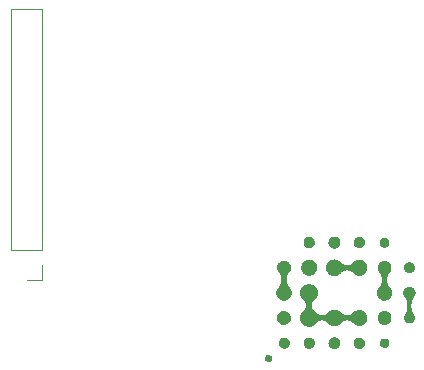
<source format=gbr>
%TF.GenerationSoftware,KiCad,Pcbnew,(6.0.7)*%
%TF.CreationDate,2023-01-05T19:35:34-06:00*%
%TF.ProjectId,OpenRectangle,4f70656e-5265-4637-9461-6e676c652e6b,rev?*%
%TF.SameCoordinates,Original*%
%TF.FileFunction,Legend,Top*%
%TF.FilePolarity,Positive*%
%FSLAX46Y46*%
G04 Gerber Fmt 4.6, Leading zero omitted, Abs format (unit mm)*
G04 Created by KiCad (PCBNEW (6.0.7)) date 2023-01-05 19:35:34*
%MOMM*%
%LPD*%
G01*
G04 APERTURE LIST*
%ADD10C,0.120000*%
%ADD11C,0.010000*%
G04 APERTURE END LIST*
D10*
%TO.C,J2*%
X219298834Y-52151260D02*
X216638834Y-52151260D01*
X216638834Y-72531260D02*
X216638834Y-52151260D01*
X219298834Y-75131260D02*
X217968834Y-75131260D01*
X219298834Y-73801260D02*
X219298834Y-75131260D01*
X219298834Y-72531260D02*
X216638834Y-72531260D01*
X219298834Y-72531260D02*
X219298834Y-52151260D01*
%TO.C,H20*%
G36*
X250360420Y-73623345D02*
G01*
X250383933Y-73624465D01*
X250406134Y-73626334D01*
X250425481Y-73628895D01*
X250432414Y-73630169D01*
X250477450Y-73641838D01*
X250519966Y-73657829D01*
X250559765Y-73677948D01*
X250596653Y-73701999D01*
X250630433Y-73729787D01*
X250660910Y-73761119D01*
X250687888Y-73795798D01*
X250711172Y-73833630D01*
X250730564Y-73874420D01*
X250745870Y-73917974D01*
X250754126Y-73950360D01*
X250756060Y-73959839D01*
X250757518Y-73968682D01*
X250758564Y-73977853D01*
X250759266Y-73988317D01*
X250759690Y-74001039D01*
X250759901Y-74016983D01*
X250759965Y-74035450D01*
X250759931Y-74055131D01*
X250759743Y-74070712D01*
X250759335Y-74083169D01*
X250758639Y-74093482D01*
X250757589Y-74102629D01*
X250756118Y-74111587D01*
X250754158Y-74121335D01*
X250754057Y-74121810D01*
X250741957Y-74167147D01*
X250725634Y-74209885D01*
X250705234Y-74249835D01*
X250680903Y-74286810D01*
X250652789Y-74320620D01*
X250621038Y-74351079D01*
X250585796Y-74377997D01*
X250547211Y-74401186D01*
X250529477Y-74410035D01*
X250487643Y-74426958D01*
X250444451Y-74439200D01*
X250400346Y-74446800D01*
X250355772Y-74449796D01*
X250311177Y-74448225D01*
X250267005Y-74442127D01*
X250223702Y-74431537D01*
X250181713Y-74416496D01*
X250141484Y-74397040D01*
X250104189Y-74373723D01*
X250088589Y-74361669D01*
X250071366Y-74346562D01*
X250053702Y-74329583D01*
X250036780Y-74311914D01*
X250021781Y-74294737D01*
X250010321Y-74279855D01*
X249989649Y-74246905D01*
X249971626Y-74210931D01*
X249956821Y-74173308D01*
X249945802Y-74135405D01*
X249941183Y-74112743D01*
X249939048Y-74097713D01*
X249937211Y-74080311D01*
X249935757Y-74061903D01*
X249934770Y-74043856D01*
X249934336Y-74027535D01*
X249934538Y-74014305D01*
X249934828Y-74010050D01*
X249941102Y-73962514D01*
X249950922Y-73918422D01*
X249964444Y-73877431D01*
X249981824Y-73839199D01*
X250003221Y-73803385D01*
X250028791Y-73769646D01*
X250058690Y-73737641D01*
X250060760Y-73735639D01*
X250095150Y-73705979D01*
X250132022Y-73680749D01*
X250171358Y-73659959D01*
X250213139Y-73643616D01*
X250257345Y-73631730D01*
X250297403Y-73625066D01*
X250315614Y-73623587D01*
X250337133Y-73623033D01*
X250360420Y-73623345D01*
G37*
D11*
X250360420Y-73623345D02*
X250383933Y-73624465D01*
X250406134Y-73626334D01*
X250425481Y-73628895D01*
X250432414Y-73630169D01*
X250477450Y-73641838D01*
X250519966Y-73657829D01*
X250559765Y-73677948D01*
X250596653Y-73701999D01*
X250630433Y-73729787D01*
X250660910Y-73761119D01*
X250687888Y-73795798D01*
X250711172Y-73833630D01*
X250730564Y-73874420D01*
X250745870Y-73917974D01*
X250754126Y-73950360D01*
X250756060Y-73959839D01*
X250757518Y-73968682D01*
X250758564Y-73977853D01*
X250759266Y-73988317D01*
X250759690Y-74001039D01*
X250759901Y-74016983D01*
X250759965Y-74035450D01*
X250759931Y-74055131D01*
X250759743Y-74070712D01*
X250759335Y-74083169D01*
X250758639Y-74093482D01*
X250757589Y-74102629D01*
X250756118Y-74111587D01*
X250754158Y-74121335D01*
X250754057Y-74121810D01*
X250741957Y-74167147D01*
X250725634Y-74209885D01*
X250705234Y-74249835D01*
X250680903Y-74286810D01*
X250652789Y-74320620D01*
X250621038Y-74351079D01*
X250585796Y-74377997D01*
X250547211Y-74401186D01*
X250529477Y-74410035D01*
X250487643Y-74426958D01*
X250444451Y-74439200D01*
X250400346Y-74446800D01*
X250355772Y-74449796D01*
X250311177Y-74448225D01*
X250267005Y-74442127D01*
X250223702Y-74431537D01*
X250181713Y-74416496D01*
X250141484Y-74397040D01*
X250104189Y-74373723D01*
X250088589Y-74361669D01*
X250071366Y-74346562D01*
X250053702Y-74329583D01*
X250036780Y-74311914D01*
X250021781Y-74294737D01*
X250010321Y-74279855D01*
X249989649Y-74246905D01*
X249971626Y-74210931D01*
X249956821Y-74173308D01*
X249945802Y-74135405D01*
X249941183Y-74112743D01*
X249939048Y-74097713D01*
X249937211Y-74080311D01*
X249935757Y-74061903D01*
X249934770Y-74043856D01*
X249934336Y-74027535D01*
X249934538Y-74014305D01*
X249934828Y-74010050D01*
X249941102Y-73962514D01*
X249950922Y-73918422D01*
X249964444Y-73877431D01*
X249981824Y-73839199D01*
X250003221Y-73803385D01*
X250028791Y-73769646D01*
X250058690Y-73737641D01*
X250060760Y-73735639D01*
X250095150Y-73705979D01*
X250132022Y-73680749D01*
X250171358Y-73659959D01*
X250213139Y-73643616D01*
X250257345Y-73631730D01*
X250297403Y-73625066D01*
X250315614Y-73623587D01*
X250337133Y-73623033D01*
X250360420Y-73623345D01*
G36*
X250358754Y-75701212D02*
G01*
X250390097Y-75702777D01*
X250418095Y-75705676D01*
X250444373Y-75710185D01*
X250470557Y-75716581D01*
X250496972Y-75724706D01*
X250542469Y-75742465D01*
X250585258Y-75764407D01*
X250625130Y-75790290D01*
X250661875Y-75819874D01*
X250695283Y-75852916D01*
X250725146Y-75889178D01*
X250751253Y-75928416D01*
X250773395Y-75970391D01*
X250791362Y-76014860D01*
X250804945Y-76061585D01*
X250809785Y-76084418D01*
X250813138Y-76107245D01*
X250815444Y-76133390D01*
X250816662Y-76161193D01*
X250816747Y-76188991D01*
X250815658Y-76215123D01*
X250813673Y-76235585D01*
X250804845Y-76284587D01*
X250791586Y-76331119D01*
X250773846Y-76375283D01*
X250751575Y-76417183D01*
X250724721Y-76456922D01*
X250693234Y-76494604D01*
X250679534Y-76508919D01*
X250668058Y-76520679D01*
X250658458Y-76531139D01*
X250650222Y-76541095D01*
X250642836Y-76551347D01*
X250635784Y-76562690D01*
X250628552Y-76575923D01*
X250620627Y-76591843D01*
X250611493Y-76611249D01*
X250606344Y-76622440D01*
X250576694Y-76691412D01*
X250550867Y-76760701D01*
X250528677Y-76830998D01*
X250509938Y-76902997D01*
X250494466Y-76977388D01*
X250482074Y-77054863D01*
X250475123Y-77111390D01*
X250473904Y-77125754D01*
X250472861Y-77144316D01*
X250471998Y-77166285D01*
X250471319Y-77190867D01*
X250470828Y-77217272D01*
X250470528Y-77244705D01*
X250470424Y-77272376D01*
X250470519Y-77299492D01*
X250470817Y-77325261D01*
X250471321Y-77348890D01*
X250472036Y-77369587D01*
X250472966Y-77386561D01*
X250473753Y-77395870D01*
X250482086Y-77465732D01*
X250492214Y-77531633D01*
X250504345Y-77594438D01*
X250518690Y-77655012D01*
X250535459Y-77714221D01*
X250554863Y-77772930D01*
X250577112Y-77832005D01*
X250583576Y-77847990D01*
X250589132Y-77860905D01*
X250596379Y-77876785D01*
X250604959Y-77894929D01*
X250614519Y-77914636D01*
X250624702Y-77935208D01*
X250635153Y-77955943D01*
X250645517Y-77976141D01*
X250655438Y-77995102D01*
X250664561Y-78012127D01*
X250672531Y-78026514D01*
X250678991Y-78037565D01*
X250682861Y-78043570D01*
X250704478Y-78078644D01*
X250722556Y-78116786D01*
X250736897Y-78157237D01*
X250747305Y-78199238D01*
X250753582Y-78242033D01*
X250755531Y-78284861D01*
X250753979Y-78317165D01*
X250747513Y-78363956D01*
X250736831Y-78407963D01*
X250721865Y-78449335D01*
X250702548Y-78488219D01*
X250678812Y-78524764D01*
X250650589Y-78559117D01*
X250637025Y-78573285D01*
X250603243Y-78603535D01*
X250566774Y-78629533D01*
X250527851Y-78651184D01*
X250486704Y-78668395D01*
X250443565Y-78681072D01*
X250398664Y-78689121D01*
X250352234Y-78692449D01*
X250343076Y-78692540D01*
X250297301Y-78690142D01*
X250252954Y-78683083D01*
X250210313Y-78671559D01*
X250169659Y-78655769D01*
X250131270Y-78635910D01*
X250095425Y-78612179D01*
X250062403Y-78584775D01*
X250032484Y-78553896D01*
X250005946Y-78519738D01*
X249983069Y-78482501D01*
X249964131Y-78442381D01*
X249954937Y-78417493D01*
X249948635Y-78397771D01*
X249943762Y-78380273D01*
X249940143Y-78363822D01*
X249937608Y-78347238D01*
X249935983Y-78329347D01*
X249935096Y-78308969D01*
X249934775Y-78284927D01*
X249934764Y-78279790D01*
X249934801Y-78260036D01*
X249934995Y-78244408D01*
X249935408Y-78231951D01*
X249936105Y-78221710D01*
X249937150Y-78212732D01*
X249938605Y-78204062D01*
X249940406Y-78195337D01*
X249949425Y-78160931D01*
X249961157Y-78127041D01*
X249975112Y-78094806D01*
X249990798Y-78065368D01*
X250006857Y-78041030D01*
X250015818Y-78028683D01*
X250023779Y-78017055D01*
X250031326Y-78005167D01*
X250039046Y-77992043D01*
X250047528Y-77976705D01*
X250057357Y-77958174D01*
X250062102Y-77949064D01*
X250091296Y-77889410D01*
X250117187Y-77829197D01*
X250139926Y-77767878D01*
X250159664Y-77704907D01*
X250176551Y-77639738D01*
X250190738Y-77571824D01*
X250202376Y-77500620D01*
X250211615Y-77425579D01*
X250214419Y-77397140D01*
X250215783Y-77378892D01*
X250216909Y-77356804D01*
X250217793Y-77331778D01*
X250218431Y-77304714D01*
X250218817Y-77276515D01*
X250218947Y-77248082D01*
X250218817Y-77220315D01*
X250218422Y-77194117D01*
X250217757Y-77170389D01*
X250216818Y-77150032D01*
X250215751Y-77135520D01*
X250209484Y-77075123D01*
X250202296Y-77018982D01*
X250194034Y-76966332D01*
X250184546Y-76916408D01*
X250173678Y-76868443D01*
X250161279Y-76821673D01*
X250147195Y-76775332D01*
X250139077Y-76750922D01*
X250127506Y-76718240D01*
X250115887Y-76687963D01*
X250103512Y-76658388D01*
X250089670Y-76627807D01*
X250075515Y-76598310D01*
X250050608Y-76547510D01*
X250030306Y-76529433D01*
X249994914Y-76494615D01*
X249963723Y-76456997D01*
X249936834Y-76416776D01*
X249914344Y-76374146D01*
X249896353Y-76329306D01*
X249882962Y-76282452D01*
X249874268Y-76233779D01*
X249872443Y-76217310D01*
X249870875Y-76196922D01*
X249870273Y-76177959D01*
X249870640Y-76158465D01*
X249871977Y-76136485D01*
X249872520Y-76129680D01*
X249878972Y-76082240D01*
X249890229Y-76035965D01*
X249906081Y-75991210D01*
X249926317Y-75948332D01*
X249950728Y-75907686D01*
X249979102Y-75869627D01*
X250011231Y-75834513D01*
X250046903Y-75802699D01*
X250080010Y-75778413D01*
X250121359Y-75753821D01*
X250164713Y-75733883D01*
X250209983Y-75718623D01*
X250257085Y-75708064D01*
X250305933Y-75702232D01*
X250356439Y-75701149D01*
X250358754Y-75701212D01*
G37*
X250358754Y-75701212D02*
X250390097Y-75702777D01*
X250418095Y-75705676D01*
X250444373Y-75710185D01*
X250470557Y-75716581D01*
X250496972Y-75724706D01*
X250542469Y-75742465D01*
X250585258Y-75764407D01*
X250625130Y-75790290D01*
X250661875Y-75819874D01*
X250695283Y-75852916D01*
X250725146Y-75889178D01*
X250751253Y-75928416D01*
X250773395Y-75970391D01*
X250791362Y-76014860D01*
X250804945Y-76061585D01*
X250809785Y-76084418D01*
X250813138Y-76107245D01*
X250815444Y-76133390D01*
X250816662Y-76161193D01*
X250816747Y-76188991D01*
X250815658Y-76215123D01*
X250813673Y-76235585D01*
X250804845Y-76284587D01*
X250791586Y-76331119D01*
X250773846Y-76375283D01*
X250751575Y-76417183D01*
X250724721Y-76456922D01*
X250693234Y-76494604D01*
X250679534Y-76508919D01*
X250668058Y-76520679D01*
X250658458Y-76531139D01*
X250650222Y-76541095D01*
X250642836Y-76551347D01*
X250635784Y-76562690D01*
X250628552Y-76575923D01*
X250620627Y-76591843D01*
X250611493Y-76611249D01*
X250606344Y-76622440D01*
X250576694Y-76691412D01*
X250550867Y-76760701D01*
X250528677Y-76830998D01*
X250509938Y-76902997D01*
X250494466Y-76977388D01*
X250482074Y-77054863D01*
X250475123Y-77111390D01*
X250473904Y-77125754D01*
X250472861Y-77144316D01*
X250471998Y-77166285D01*
X250471319Y-77190867D01*
X250470828Y-77217272D01*
X250470528Y-77244705D01*
X250470424Y-77272376D01*
X250470519Y-77299492D01*
X250470817Y-77325261D01*
X250471321Y-77348890D01*
X250472036Y-77369587D01*
X250472966Y-77386561D01*
X250473753Y-77395870D01*
X250482086Y-77465732D01*
X250492214Y-77531633D01*
X250504345Y-77594438D01*
X250518690Y-77655012D01*
X250535459Y-77714221D01*
X250554863Y-77772930D01*
X250577112Y-77832005D01*
X250583576Y-77847990D01*
X250589132Y-77860905D01*
X250596379Y-77876785D01*
X250604959Y-77894929D01*
X250614519Y-77914636D01*
X250624702Y-77935208D01*
X250635153Y-77955943D01*
X250645517Y-77976141D01*
X250655438Y-77995102D01*
X250664561Y-78012127D01*
X250672531Y-78026514D01*
X250678991Y-78037565D01*
X250682861Y-78043570D01*
X250704478Y-78078644D01*
X250722556Y-78116786D01*
X250736897Y-78157237D01*
X250747305Y-78199238D01*
X250753582Y-78242033D01*
X250755531Y-78284861D01*
X250753979Y-78317165D01*
X250747513Y-78363956D01*
X250736831Y-78407963D01*
X250721865Y-78449335D01*
X250702548Y-78488219D01*
X250678812Y-78524764D01*
X250650589Y-78559117D01*
X250637025Y-78573285D01*
X250603243Y-78603535D01*
X250566774Y-78629533D01*
X250527851Y-78651184D01*
X250486704Y-78668395D01*
X250443565Y-78681072D01*
X250398664Y-78689121D01*
X250352234Y-78692449D01*
X250343076Y-78692540D01*
X250297301Y-78690142D01*
X250252954Y-78683083D01*
X250210313Y-78671559D01*
X250169659Y-78655769D01*
X250131270Y-78635910D01*
X250095425Y-78612179D01*
X250062403Y-78584775D01*
X250032484Y-78553896D01*
X250005946Y-78519738D01*
X249983069Y-78482501D01*
X249964131Y-78442381D01*
X249954937Y-78417493D01*
X249948635Y-78397771D01*
X249943762Y-78380273D01*
X249940143Y-78363822D01*
X249937608Y-78347238D01*
X249935983Y-78329347D01*
X249935096Y-78308969D01*
X249934775Y-78284927D01*
X249934764Y-78279790D01*
X249934801Y-78260036D01*
X249934995Y-78244408D01*
X249935408Y-78231951D01*
X249936105Y-78221710D01*
X249937150Y-78212732D01*
X249938605Y-78204062D01*
X249940406Y-78195337D01*
X249949425Y-78160931D01*
X249961157Y-78127041D01*
X249975112Y-78094806D01*
X249990798Y-78065368D01*
X250006857Y-78041030D01*
X250015818Y-78028683D01*
X250023779Y-78017055D01*
X250031326Y-78005167D01*
X250039046Y-77992043D01*
X250047528Y-77976705D01*
X250057357Y-77958174D01*
X250062102Y-77949064D01*
X250091296Y-77889410D01*
X250117187Y-77829197D01*
X250139926Y-77767878D01*
X250159664Y-77704907D01*
X250176551Y-77639738D01*
X250190738Y-77571824D01*
X250202376Y-77500620D01*
X250211615Y-77425579D01*
X250214419Y-77397140D01*
X250215783Y-77378892D01*
X250216909Y-77356804D01*
X250217793Y-77331778D01*
X250218431Y-77304714D01*
X250218817Y-77276515D01*
X250218947Y-77248082D01*
X250218817Y-77220315D01*
X250218422Y-77194117D01*
X250217757Y-77170389D01*
X250216818Y-77150032D01*
X250215751Y-77135520D01*
X250209484Y-77075123D01*
X250202296Y-77018982D01*
X250194034Y-76966332D01*
X250184546Y-76916408D01*
X250173678Y-76868443D01*
X250161279Y-76821673D01*
X250147195Y-76775332D01*
X250139077Y-76750922D01*
X250127506Y-76718240D01*
X250115887Y-76687963D01*
X250103512Y-76658388D01*
X250089670Y-76627807D01*
X250075515Y-76598310D01*
X250050608Y-76547510D01*
X250030306Y-76529433D01*
X249994914Y-76494615D01*
X249963723Y-76456997D01*
X249936834Y-76416776D01*
X249914344Y-76374146D01*
X249896353Y-76329306D01*
X249882962Y-76282452D01*
X249874268Y-76233779D01*
X249872443Y-76217310D01*
X249870875Y-76196922D01*
X249870273Y-76177959D01*
X249870640Y-76158465D01*
X249871977Y-76136485D01*
X249872520Y-76129680D01*
X249878972Y-76082240D01*
X249890229Y-76035965D01*
X249906081Y-75991210D01*
X249926317Y-75948332D01*
X249950728Y-75907686D01*
X249979102Y-75869627D01*
X250011231Y-75834513D01*
X250046903Y-75802699D01*
X250080010Y-75778413D01*
X250121359Y-75753821D01*
X250164713Y-75733883D01*
X250209983Y-75718623D01*
X250257085Y-75708064D01*
X250305933Y-75702232D01*
X250356439Y-75701149D01*
X250358754Y-75701212D01*
G36*
X248261015Y-80070635D02*
G01*
X248278994Y-80071173D01*
X248294227Y-80072255D01*
X248307877Y-80074033D01*
X248321108Y-80076656D01*
X248335084Y-80080277D01*
X248350884Y-80085021D01*
X248389353Y-80099617D01*
X248425430Y-80118424D01*
X248458790Y-80141124D01*
X248489103Y-80167400D01*
X248516043Y-80196935D01*
X248539283Y-80229409D01*
X248558494Y-80264506D01*
X248572840Y-80300360D01*
X248578934Y-80319456D01*
X248583519Y-80336032D01*
X248586796Y-80351422D01*
X248588967Y-80366962D01*
X248590232Y-80383984D01*
X248590795Y-80403824D01*
X248590879Y-80419740D01*
X248590594Y-80443704D01*
X248589655Y-80463886D01*
X248587878Y-80481558D01*
X248585080Y-80497996D01*
X248581079Y-80514475D01*
X248575692Y-80532268D01*
X248573983Y-80537441D01*
X248558347Y-80576338D01*
X248538396Y-80612675D01*
X248514293Y-80646183D01*
X248495843Y-80666978D01*
X248465993Y-80694763D01*
X248434007Y-80718241D01*
X248399502Y-80737621D01*
X248362094Y-80753113D01*
X248321400Y-80764924D01*
X248312466Y-80766943D01*
X248302912Y-80768712D01*
X248292462Y-80769991D01*
X248280135Y-80770844D01*
X248264945Y-80771332D01*
X248245912Y-80771519D01*
X248240394Y-80771525D01*
X248217711Y-80771321D01*
X248198813Y-80770585D01*
X248182417Y-80769127D01*
X248167239Y-80766755D01*
X248151998Y-80763281D01*
X248135409Y-80758512D01*
X248120608Y-80753738D01*
X248082658Y-80738505D01*
X248047289Y-80719063D01*
X248014763Y-80695723D01*
X247985343Y-80668794D01*
X247959290Y-80638589D01*
X247936868Y-80605417D01*
X247918339Y-80569589D01*
X247903965Y-80531416D01*
X247894008Y-80491209D01*
X247892715Y-80483838D01*
X247889068Y-80453680D01*
X247887631Y-80422272D01*
X247888522Y-80392352D01*
X247888702Y-80390054D01*
X247894604Y-80347575D01*
X247905033Y-80307115D01*
X247919769Y-80268924D01*
X247938598Y-80233252D01*
X247961302Y-80200349D01*
X247987664Y-80170465D01*
X248017468Y-80143851D01*
X248050496Y-80120755D01*
X248086532Y-80101429D01*
X248125360Y-80086122D01*
X248160673Y-80076396D01*
X248170635Y-80074303D01*
X248179838Y-80072763D01*
X248189356Y-80071693D01*
X248200267Y-80071014D01*
X248213646Y-80070643D01*
X248230569Y-80070501D01*
X248239124Y-80070490D01*
X248261015Y-80070635D01*
G37*
X248261015Y-80070635D02*
X248278994Y-80071173D01*
X248294227Y-80072255D01*
X248307877Y-80074033D01*
X248321108Y-80076656D01*
X248335084Y-80080277D01*
X248350884Y-80085021D01*
X248389353Y-80099617D01*
X248425430Y-80118424D01*
X248458790Y-80141124D01*
X248489103Y-80167400D01*
X248516043Y-80196935D01*
X248539283Y-80229409D01*
X248558494Y-80264506D01*
X248572840Y-80300360D01*
X248578934Y-80319456D01*
X248583519Y-80336032D01*
X248586796Y-80351422D01*
X248588967Y-80366962D01*
X248590232Y-80383984D01*
X248590795Y-80403824D01*
X248590879Y-80419740D01*
X248590594Y-80443704D01*
X248589655Y-80463886D01*
X248587878Y-80481558D01*
X248585080Y-80497996D01*
X248581079Y-80514475D01*
X248575692Y-80532268D01*
X248573983Y-80537441D01*
X248558347Y-80576338D01*
X248538396Y-80612675D01*
X248514293Y-80646183D01*
X248495843Y-80666978D01*
X248465993Y-80694763D01*
X248434007Y-80718241D01*
X248399502Y-80737621D01*
X248362094Y-80753113D01*
X248321400Y-80764924D01*
X248312466Y-80766943D01*
X248302912Y-80768712D01*
X248292462Y-80769991D01*
X248280135Y-80770844D01*
X248264945Y-80771332D01*
X248245912Y-80771519D01*
X248240394Y-80771525D01*
X248217711Y-80771321D01*
X248198813Y-80770585D01*
X248182417Y-80769127D01*
X248167239Y-80766755D01*
X248151998Y-80763281D01*
X248135409Y-80758512D01*
X248120608Y-80753738D01*
X248082658Y-80738505D01*
X248047289Y-80719063D01*
X248014763Y-80695723D01*
X247985343Y-80668794D01*
X247959290Y-80638589D01*
X247936868Y-80605417D01*
X247918339Y-80569589D01*
X247903965Y-80531416D01*
X247894008Y-80491209D01*
X247892715Y-80483838D01*
X247889068Y-80453680D01*
X247887631Y-80422272D01*
X247888522Y-80392352D01*
X247888702Y-80390054D01*
X247894604Y-80347575D01*
X247905033Y-80307115D01*
X247919769Y-80268924D01*
X247938598Y-80233252D01*
X247961302Y-80200349D01*
X247987664Y-80170465D01*
X248017468Y-80143851D01*
X248050496Y-80120755D01*
X248086532Y-80101429D01*
X248125360Y-80086122D01*
X248160673Y-80076396D01*
X248170635Y-80074303D01*
X248179838Y-80072763D01*
X248189356Y-80071693D01*
X248200267Y-80071014D01*
X248213646Y-80070643D01*
X248230569Y-80070501D01*
X248239124Y-80070490D01*
X248261015Y-80070635D01*
G36*
X248264630Y-71565897D02*
G01*
X248285067Y-71567326D01*
X248299117Y-71569173D01*
X248339856Y-71578706D01*
X248379094Y-71592904D01*
X248416440Y-71611476D01*
X248451504Y-71634132D01*
X248483896Y-71660578D01*
X248513225Y-71690524D01*
X248539100Y-71723679D01*
X248561132Y-71759750D01*
X248565372Y-71767943D01*
X248581738Y-71806152D01*
X248593508Y-71846008D01*
X248600639Y-71886951D01*
X248603089Y-71928421D01*
X248600816Y-71969861D01*
X248593776Y-72010709D01*
X248585811Y-72039202D01*
X248570131Y-72079241D01*
X248550262Y-72116582D01*
X248526451Y-72151008D01*
X248498940Y-72182301D01*
X248467976Y-72210246D01*
X248433802Y-72234624D01*
X248396664Y-72255220D01*
X248356806Y-72271816D01*
X248314472Y-72284196D01*
X248307704Y-72285723D01*
X248290724Y-72288417D01*
X248270185Y-72290117D01*
X248247506Y-72290834D01*
X248224109Y-72290580D01*
X248201414Y-72289368D01*
X248180841Y-72287208D01*
X248165671Y-72284545D01*
X248123552Y-72272590D01*
X248083763Y-72256133D01*
X248046430Y-72235248D01*
X248011682Y-72210007D01*
X247979647Y-72180483D01*
X247975081Y-72175687D01*
X247947352Y-72142421D01*
X247923912Y-72106535D01*
X247904905Y-72068307D01*
X247890478Y-72028016D01*
X247883476Y-72000145D01*
X247880968Y-71984966D01*
X247878998Y-71966630D01*
X247877632Y-71946629D01*
X247876933Y-71926452D01*
X247876966Y-71907589D01*
X247877797Y-71891532D01*
X247878486Y-71885340D01*
X247886877Y-71842742D01*
X247899778Y-71802043D01*
X247916943Y-71763536D01*
X247938127Y-71727514D01*
X247963085Y-71694272D01*
X247991572Y-71664103D01*
X248023343Y-71637301D01*
X248058152Y-71614160D01*
X248095753Y-71594973D01*
X248132444Y-71581118D01*
X248146533Y-71577049D01*
X248162429Y-71573093D01*
X248177217Y-71569960D01*
X248180517Y-71569369D01*
X248198519Y-71567128D01*
X248219665Y-71565801D01*
X248242266Y-71565389D01*
X248264630Y-71565897D01*
G37*
X248264630Y-71565897D02*
X248285067Y-71567326D01*
X248299117Y-71569173D01*
X248339856Y-71578706D01*
X248379094Y-71592904D01*
X248416440Y-71611476D01*
X248451504Y-71634132D01*
X248483896Y-71660578D01*
X248513225Y-71690524D01*
X248539100Y-71723679D01*
X248561132Y-71759750D01*
X248565372Y-71767943D01*
X248581738Y-71806152D01*
X248593508Y-71846008D01*
X248600639Y-71886951D01*
X248603089Y-71928421D01*
X248600816Y-71969861D01*
X248593776Y-72010709D01*
X248585811Y-72039202D01*
X248570131Y-72079241D01*
X248550262Y-72116582D01*
X248526451Y-72151008D01*
X248498940Y-72182301D01*
X248467976Y-72210246D01*
X248433802Y-72234624D01*
X248396664Y-72255220D01*
X248356806Y-72271816D01*
X248314472Y-72284196D01*
X248307704Y-72285723D01*
X248290724Y-72288417D01*
X248270185Y-72290117D01*
X248247506Y-72290834D01*
X248224109Y-72290580D01*
X248201414Y-72289368D01*
X248180841Y-72287208D01*
X248165671Y-72284545D01*
X248123552Y-72272590D01*
X248083763Y-72256133D01*
X248046430Y-72235248D01*
X248011682Y-72210007D01*
X247979647Y-72180483D01*
X247975081Y-72175687D01*
X247947352Y-72142421D01*
X247923912Y-72106535D01*
X247904905Y-72068307D01*
X247890478Y-72028016D01*
X247883476Y-72000145D01*
X247880968Y-71984966D01*
X247878998Y-71966630D01*
X247877632Y-71946629D01*
X247876933Y-71926452D01*
X247876966Y-71907589D01*
X247877797Y-71891532D01*
X247878486Y-71885340D01*
X247886877Y-71842742D01*
X247899778Y-71802043D01*
X247916943Y-71763536D01*
X247938127Y-71727514D01*
X247963085Y-71694272D01*
X247991572Y-71664103D01*
X248023343Y-71637301D01*
X248058152Y-71614160D01*
X248095753Y-71594973D01*
X248132444Y-71581118D01*
X248146533Y-71577049D01*
X248162429Y-71573093D01*
X248177217Y-71569960D01*
X248180517Y-71569369D01*
X248198519Y-71567128D01*
X248219665Y-71565801D01*
X248242266Y-71565389D01*
X248264630Y-71565897D01*
G36*
X248275699Y-77745086D02*
G01*
X248315324Y-77749299D01*
X248365663Y-77758970D01*
X248414150Y-77773187D01*
X248460569Y-77791702D01*
X248504703Y-77814264D01*
X248546333Y-77840622D01*
X248585243Y-77870527D01*
X248621214Y-77903729D01*
X248654030Y-77939976D01*
X248683472Y-77979020D01*
X248709323Y-78020609D01*
X248731366Y-78064493D01*
X248749383Y-78110423D01*
X248763157Y-78158147D01*
X248772469Y-78207417D01*
X248777104Y-78257981D01*
X248777604Y-78281060D01*
X248775317Y-78331406D01*
X248768381Y-78380306D01*
X248756688Y-78428215D01*
X248740130Y-78475589D01*
X248721409Y-78517280D01*
X248704460Y-78549340D01*
X248686748Y-78578200D01*
X248667300Y-78605214D01*
X248645147Y-78631736D01*
X248620678Y-78657741D01*
X248588434Y-78688261D01*
X248555660Y-78714702D01*
X248521052Y-78738008D01*
X248483308Y-78759122D01*
X248474074Y-78763753D01*
X248426361Y-78784463D01*
X248377558Y-78800282D01*
X248327946Y-78811210D01*
X248277808Y-78817246D01*
X248227425Y-78818392D01*
X248177081Y-78814646D01*
X248127056Y-78806009D01*
X248077632Y-78792481D01*
X248029092Y-78774062D01*
X248006714Y-78763741D01*
X247960682Y-78738525D01*
X247917805Y-78709483D01*
X247878264Y-78676866D01*
X247842242Y-78640926D01*
X247809921Y-78601916D01*
X247781483Y-78560088D01*
X247757110Y-78515694D01*
X247736984Y-78468985D01*
X247721288Y-78420215D01*
X247710204Y-78369636D01*
X247707092Y-78348874D01*
X247705081Y-78328041D01*
X247703905Y-78303922D01*
X247703560Y-78278204D01*
X247704044Y-78252579D01*
X247705355Y-78228734D01*
X247707274Y-78209940D01*
X247716348Y-78160950D01*
X247730223Y-78112726D01*
X247748630Y-78065761D01*
X247771298Y-78020544D01*
X247797958Y-77977566D01*
X247828337Y-77937320D01*
X247862167Y-77900294D01*
X247893655Y-77871536D01*
X247936001Y-77839236D01*
X247980321Y-77811524D01*
X248026401Y-77788462D01*
X248074026Y-77770113D01*
X248122983Y-77756539D01*
X248173057Y-77747802D01*
X248224034Y-77743963D01*
X248275699Y-77745086D01*
G37*
X248275699Y-77745086D02*
X248315324Y-77749299D01*
X248365663Y-77758970D01*
X248414150Y-77773187D01*
X248460569Y-77791702D01*
X248504703Y-77814264D01*
X248546333Y-77840622D01*
X248585243Y-77870527D01*
X248621214Y-77903729D01*
X248654030Y-77939976D01*
X248683472Y-77979020D01*
X248709323Y-78020609D01*
X248731366Y-78064493D01*
X248749383Y-78110423D01*
X248763157Y-78158147D01*
X248772469Y-78207417D01*
X248777104Y-78257981D01*
X248777604Y-78281060D01*
X248775317Y-78331406D01*
X248768381Y-78380306D01*
X248756688Y-78428215D01*
X248740130Y-78475589D01*
X248721409Y-78517280D01*
X248704460Y-78549340D01*
X248686748Y-78578200D01*
X248667300Y-78605214D01*
X248645147Y-78631736D01*
X248620678Y-78657741D01*
X248588434Y-78688261D01*
X248555660Y-78714702D01*
X248521052Y-78738008D01*
X248483308Y-78759122D01*
X248474074Y-78763753D01*
X248426361Y-78784463D01*
X248377558Y-78800282D01*
X248327946Y-78811210D01*
X248277808Y-78817246D01*
X248227425Y-78818392D01*
X248177081Y-78814646D01*
X248127056Y-78806009D01*
X248077632Y-78792481D01*
X248029092Y-78774062D01*
X248006714Y-78763741D01*
X247960682Y-78738525D01*
X247917805Y-78709483D01*
X247878264Y-78676866D01*
X247842242Y-78640926D01*
X247809921Y-78601916D01*
X247781483Y-78560088D01*
X247757110Y-78515694D01*
X247736984Y-78468985D01*
X247721288Y-78420215D01*
X247710204Y-78369636D01*
X247707092Y-78348874D01*
X247705081Y-78328041D01*
X247703905Y-78303922D01*
X247703560Y-78278204D01*
X247704044Y-78252579D01*
X247705355Y-78228734D01*
X247707274Y-78209940D01*
X247716348Y-78160950D01*
X247730223Y-78112726D01*
X247748630Y-78065761D01*
X247771298Y-78020544D01*
X247797958Y-77977566D01*
X247828337Y-77937320D01*
X247862167Y-77900294D01*
X247893655Y-77871536D01*
X247936001Y-77839236D01*
X247980321Y-77811524D01*
X248026401Y-77788462D01*
X248074026Y-77770113D01*
X248122983Y-77756539D01*
X248173057Y-77747802D01*
X248224034Y-77743963D01*
X248275699Y-77745086D01*
G36*
X248280242Y-73493398D02*
G01*
X248330331Y-73499792D01*
X248342627Y-73502128D01*
X248392369Y-73514672D01*
X248440099Y-73531602D01*
X248485611Y-73552653D01*
X248528700Y-73577558D01*
X248569160Y-73606052D01*
X248606785Y-73637869D01*
X248641370Y-73672743D01*
X248672708Y-73710407D01*
X248700594Y-73750596D01*
X248724822Y-73793043D01*
X248745186Y-73837483D01*
X248761480Y-73883650D01*
X248773499Y-73931276D01*
X248781037Y-73980098D01*
X248783888Y-74029848D01*
X248782604Y-74070868D01*
X248776449Y-74122755D01*
X248765503Y-74173068D01*
X248749747Y-74221849D01*
X248729162Y-74269140D01*
X248703731Y-74314981D01*
X248673434Y-74359413D01*
X248638254Y-74402478D01*
X248629588Y-74412066D01*
X248616229Y-74427829D01*
X248601442Y-74447464D01*
X248585744Y-74470149D01*
X248569651Y-74495061D01*
X248553678Y-74521380D01*
X248538343Y-74548282D01*
X248524160Y-74574947D01*
X248512809Y-74598060D01*
X248485570Y-74661736D01*
X248462269Y-74728061D01*
X248443160Y-74796187D01*
X248428498Y-74865265D01*
X248423408Y-74896510D01*
X248418084Y-74937377D01*
X248414107Y-74978197D01*
X248411536Y-75017915D01*
X248410430Y-75055476D01*
X248410848Y-75089824D01*
X248411687Y-75106060D01*
X248418120Y-75176839D01*
X248427669Y-75244025D01*
X248440468Y-75308136D01*
X248456650Y-75369688D01*
X248476349Y-75429201D01*
X248499698Y-75487192D01*
X248522064Y-75534779D01*
X248547557Y-75583035D01*
X248573564Y-75626862D01*
X248600529Y-75666910D01*
X248628899Y-75703831D01*
X248659122Y-75738274D01*
X248668351Y-75747947D01*
X248705534Y-75789193D01*
X248737940Y-75831546D01*
X248765810Y-75875352D01*
X248786623Y-75915050D01*
X248808320Y-75966453D01*
X248825068Y-76018844D01*
X248836856Y-76072016D01*
X248843672Y-76125759D01*
X248845505Y-76179866D01*
X248842344Y-76234129D01*
X248834177Y-76288339D01*
X248820992Y-76342289D01*
X248811803Y-76371178D01*
X248804458Y-76390456D01*
X248794904Y-76412459D01*
X248783851Y-76435752D01*
X248772007Y-76458901D01*
X248760083Y-76480473D01*
X248748787Y-76499034D01*
X248747818Y-76500520D01*
X248715669Y-76545013D01*
X248679906Y-76586301D01*
X248640853Y-76624159D01*
X248598838Y-76658364D01*
X248554186Y-76688693D01*
X248507224Y-76714921D01*
X248458278Y-76736827D01*
X248407675Y-76754186D01*
X248360488Y-76765837D01*
X248337346Y-76770192D01*
X248316351Y-76773362D01*
X248295871Y-76775502D01*
X248274272Y-76776766D01*
X248249923Y-76777309D01*
X248238723Y-76777359D01*
X248202770Y-76776559D01*
X248169716Y-76773966D01*
X248137623Y-76769343D01*
X248104553Y-76762455D01*
X248092599Y-76759518D01*
X248039953Y-76743584D01*
X247989550Y-76723221D01*
X247941596Y-76698657D01*
X247896300Y-76670118D01*
X247853870Y-76637832D01*
X247814514Y-76602026D01*
X247778441Y-76562925D01*
X247745858Y-76520759D01*
X247716973Y-76475752D01*
X247691995Y-76428132D01*
X247671132Y-76378127D01*
X247654591Y-76325962D01*
X247642582Y-76271866D01*
X247641933Y-76268110D01*
X247639384Y-76249067D01*
X247637445Y-76226381D01*
X247636146Y-76201437D01*
X247635514Y-76175620D01*
X247635581Y-76150316D01*
X247636374Y-76126910D01*
X247637923Y-76106787D01*
X247638437Y-76102394D01*
X247647932Y-76047516D01*
X247662207Y-75994140D01*
X247681134Y-75942534D01*
X247704586Y-75892964D01*
X247732437Y-75845697D01*
X247764558Y-75800999D01*
X247800823Y-75759139D01*
X247803535Y-75756300D01*
X247827499Y-75729528D01*
X247852134Y-75698521D01*
X247876960Y-75663993D01*
X247901499Y-75626656D01*
X247925273Y-75587225D01*
X247947801Y-75546411D01*
X247958723Y-75525160D01*
X247988303Y-75461300D01*
X248013229Y-75396924D01*
X248033696Y-75331380D01*
X248049899Y-75264016D01*
X248062032Y-75194180D01*
X248065597Y-75167020D01*
X248067460Y-75147215D01*
X248068848Y-75123533D01*
X248069761Y-75097103D01*
X248070200Y-75069059D01*
X248070164Y-75040532D01*
X248069655Y-75012655D01*
X248068673Y-74986559D01*
X248067217Y-74963377D01*
X248065516Y-74946040D01*
X248054004Y-74871821D01*
X248037850Y-74799588D01*
X248017010Y-74729226D01*
X247991441Y-74660618D01*
X247961096Y-74593650D01*
X247925932Y-74528206D01*
X247885905Y-74464169D01*
X247872435Y-74444491D01*
X247863043Y-74431340D01*
X247853156Y-74417987D01*
X247843784Y-74405763D01*
X247835934Y-74396003D01*
X247833973Y-74393691D01*
X247809109Y-74363325D01*
X247787705Y-74333480D01*
X247768646Y-74302466D01*
X247750817Y-74268592D01*
X247748995Y-74264850D01*
X247728442Y-74216728D01*
X247712858Y-74167770D01*
X247702242Y-74118193D01*
X247696593Y-74068212D01*
X247695909Y-74018045D01*
X247700189Y-73967906D01*
X247709434Y-73918014D01*
X247723640Y-73868583D01*
X247742808Y-73819831D01*
X247751274Y-73801770D01*
X247776333Y-73756073D01*
X247805065Y-73713499D01*
X247837179Y-73674193D01*
X247872384Y-73638303D01*
X247910388Y-73605978D01*
X247950901Y-73577364D01*
X247993630Y-73552610D01*
X248038285Y-73531862D01*
X248084573Y-73515270D01*
X248132205Y-73502979D01*
X248180888Y-73495139D01*
X248230331Y-73491896D01*
X248280242Y-73493398D01*
G37*
X248280242Y-73493398D02*
X248330331Y-73499792D01*
X248342627Y-73502128D01*
X248392369Y-73514672D01*
X248440099Y-73531602D01*
X248485611Y-73552653D01*
X248528700Y-73577558D01*
X248569160Y-73606052D01*
X248606785Y-73637869D01*
X248641370Y-73672743D01*
X248672708Y-73710407D01*
X248700594Y-73750596D01*
X248724822Y-73793043D01*
X248745186Y-73837483D01*
X248761480Y-73883650D01*
X248773499Y-73931276D01*
X248781037Y-73980098D01*
X248783888Y-74029848D01*
X248782604Y-74070868D01*
X248776449Y-74122755D01*
X248765503Y-74173068D01*
X248749747Y-74221849D01*
X248729162Y-74269140D01*
X248703731Y-74314981D01*
X248673434Y-74359413D01*
X248638254Y-74402478D01*
X248629588Y-74412066D01*
X248616229Y-74427829D01*
X248601442Y-74447464D01*
X248585744Y-74470149D01*
X248569651Y-74495061D01*
X248553678Y-74521380D01*
X248538343Y-74548282D01*
X248524160Y-74574947D01*
X248512809Y-74598060D01*
X248485570Y-74661736D01*
X248462269Y-74728061D01*
X248443160Y-74796187D01*
X248428498Y-74865265D01*
X248423408Y-74896510D01*
X248418084Y-74937377D01*
X248414107Y-74978197D01*
X248411536Y-75017915D01*
X248410430Y-75055476D01*
X248410848Y-75089824D01*
X248411687Y-75106060D01*
X248418120Y-75176839D01*
X248427669Y-75244025D01*
X248440468Y-75308136D01*
X248456650Y-75369688D01*
X248476349Y-75429201D01*
X248499698Y-75487192D01*
X248522064Y-75534779D01*
X248547557Y-75583035D01*
X248573564Y-75626862D01*
X248600529Y-75666910D01*
X248628899Y-75703831D01*
X248659122Y-75738274D01*
X248668351Y-75747947D01*
X248705534Y-75789193D01*
X248737940Y-75831546D01*
X248765810Y-75875352D01*
X248786623Y-75915050D01*
X248808320Y-75966453D01*
X248825068Y-76018844D01*
X248836856Y-76072016D01*
X248843672Y-76125759D01*
X248845505Y-76179866D01*
X248842344Y-76234129D01*
X248834177Y-76288339D01*
X248820992Y-76342289D01*
X248811803Y-76371178D01*
X248804458Y-76390456D01*
X248794904Y-76412459D01*
X248783851Y-76435752D01*
X248772007Y-76458901D01*
X248760083Y-76480473D01*
X248748787Y-76499034D01*
X248747818Y-76500520D01*
X248715669Y-76545013D01*
X248679906Y-76586301D01*
X248640853Y-76624159D01*
X248598838Y-76658364D01*
X248554186Y-76688693D01*
X248507224Y-76714921D01*
X248458278Y-76736827D01*
X248407675Y-76754186D01*
X248360488Y-76765837D01*
X248337346Y-76770192D01*
X248316351Y-76773362D01*
X248295871Y-76775502D01*
X248274272Y-76776766D01*
X248249923Y-76777309D01*
X248238723Y-76777359D01*
X248202770Y-76776559D01*
X248169716Y-76773966D01*
X248137623Y-76769343D01*
X248104553Y-76762455D01*
X248092599Y-76759518D01*
X248039953Y-76743584D01*
X247989550Y-76723221D01*
X247941596Y-76698657D01*
X247896300Y-76670118D01*
X247853870Y-76637832D01*
X247814514Y-76602026D01*
X247778441Y-76562925D01*
X247745858Y-76520759D01*
X247716973Y-76475752D01*
X247691995Y-76428132D01*
X247671132Y-76378127D01*
X247654591Y-76325962D01*
X247642582Y-76271866D01*
X247641933Y-76268110D01*
X247639384Y-76249067D01*
X247637445Y-76226381D01*
X247636146Y-76201437D01*
X247635514Y-76175620D01*
X247635581Y-76150316D01*
X247636374Y-76126910D01*
X247637923Y-76106787D01*
X247638437Y-76102394D01*
X247647932Y-76047516D01*
X247662207Y-75994140D01*
X247681134Y-75942534D01*
X247704586Y-75892964D01*
X247732437Y-75845697D01*
X247764558Y-75800999D01*
X247800823Y-75759139D01*
X247803535Y-75756300D01*
X247827499Y-75729528D01*
X247852134Y-75698521D01*
X247876960Y-75663993D01*
X247901499Y-75626656D01*
X247925273Y-75587225D01*
X247947801Y-75546411D01*
X247958723Y-75525160D01*
X247988303Y-75461300D01*
X248013229Y-75396924D01*
X248033696Y-75331380D01*
X248049899Y-75264016D01*
X248062032Y-75194180D01*
X248065597Y-75167020D01*
X248067460Y-75147215D01*
X248068848Y-75123533D01*
X248069761Y-75097103D01*
X248070200Y-75069059D01*
X248070164Y-75040532D01*
X248069655Y-75012655D01*
X248068673Y-74986559D01*
X248067217Y-74963377D01*
X248065516Y-74946040D01*
X248054004Y-74871821D01*
X248037850Y-74799588D01*
X248017010Y-74729226D01*
X247991441Y-74660618D01*
X247961096Y-74593650D01*
X247925932Y-74528206D01*
X247885905Y-74464169D01*
X247872435Y-74444491D01*
X247863043Y-74431340D01*
X247853156Y-74417987D01*
X247843784Y-74405763D01*
X247835934Y-74396003D01*
X247833973Y-74393691D01*
X247809109Y-74363325D01*
X247787705Y-74333480D01*
X247768646Y-74302466D01*
X247750817Y-74268592D01*
X247748995Y-74264850D01*
X247728442Y-74216728D01*
X247712858Y-74167770D01*
X247702242Y-74118193D01*
X247696593Y-74068212D01*
X247695909Y-74018045D01*
X247700189Y-73967906D01*
X247709434Y-73918014D01*
X247723640Y-73868583D01*
X247742808Y-73819831D01*
X247751274Y-73801770D01*
X247776333Y-73756073D01*
X247805065Y-73713499D01*
X247837179Y-73674193D01*
X247872384Y-73638303D01*
X247910388Y-73605978D01*
X247950901Y-73577364D01*
X247993630Y-73552610D01*
X248038285Y-73531862D01*
X248084573Y-73515270D01*
X248132205Y-73502979D01*
X248180888Y-73495139D01*
X248230331Y-73491896D01*
X248280242Y-73493398D01*
G36*
X246144290Y-79990771D02*
G01*
X246188903Y-79997574D01*
X246232602Y-80009020D01*
X246274980Y-80025013D01*
X246315633Y-80045454D01*
X246354157Y-80070248D01*
X246376034Y-80087134D01*
X246411210Y-80119305D01*
X246442193Y-80154344D01*
X246468979Y-80192242D01*
X246491563Y-80232994D01*
X246509940Y-80276589D01*
X246524105Y-80323021D01*
X246526601Y-80333380D01*
X246528798Y-80343265D01*
X246530459Y-80351926D01*
X246531658Y-80360333D01*
X246532469Y-80369456D01*
X246532968Y-80380265D01*
X246533229Y-80393730D01*
X246533326Y-80410820D01*
X246533337Y-80421010D01*
X246533287Y-80440753D01*
X246533084Y-80456361D01*
X246532665Y-80468780D01*
X246531966Y-80478953D01*
X246530923Y-80487827D01*
X246529474Y-80496345D01*
X246527692Y-80504830D01*
X246515059Y-80551315D01*
X246498502Y-80594683D01*
X246477852Y-80635234D01*
X246452943Y-80673271D01*
X246423605Y-80709094D01*
X246401076Y-80732308D01*
X246378439Y-80753091D01*
X246356691Y-80770570D01*
X246334240Y-80785873D01*
X246309494Y-80800129D01*
X246294478Y-80807858D01*
X246251407Y-80826555D01*
X246207454Y-80840346D01*
X246162920Y-80849264D01*
X246118111Y-80853342D01*
X246073329Y-80852612D01*
X246028878Y-80847110D01*
X245985062Y-80836866D01*
X245942184Y-80821915D01*
X245900548Y-80802290D01*
X245860457Y-80778023D01*
X245832362Y-80757413D01*
X245824884Y-80751037D01*
X245815077Y-80742026D01*
X245804078Y-80731458D01*
X245793025Y-80720409D01*
X245790184Y-80717487D01*
X245760075Y-80682695D01*
X245733894Y-80644818D01*
X245711827Y-80604208D01*
X245694061Y-80561217D01*
X245680780Y-80516195D01*
X245678632Y-80506763D01*
X245676579Y-80496152D01*
X245675038Y-80485198D01*
X245673922Y-80472839D01*
X245673147Y-80458011D01*
X245672627Y-80439649D01*
X245672453Y-80429900D01*
X245672260Y-80413647D01*
X245672195Y-80398698D01*
X245672254Y-80385956D01*
X245672430Y-80376326D01*
X245672720Y-80370712D01*
X245672782Y-80370210D01*
X245679929Y-80331358D01*
X245689438Y-80295636D01*
X245701799Y-80261451D01*
X245715854Y-80230510D01*
X245729912Y-80204121D01*
X245744877Y-80180249D01*
X245761692Y-80157601D01*
X245781303Y-80134882D01*
X245799399Y-80116026D01*
X245834404Y-80084196D01*
X245871440Y-80056997D01*
X245910678Y-80034336D01*
X245952288Y-80016116D01*
X245996440Y-80002244D01*
X246009004Y-79999189D01*
X246053935Y-79991481D01*
X246099165Y-79988707D01*
X246144290Y-79990771D01*
G37*
X246144290Y-79990771D02*
X246188903Y-79997574D01*
X246232602Y-80009020D01*
X246274980Y-80025013D01*
X246315633Y-80045454D01*
X246354157Y-80070248D01*
X246376034Y-80087134D01*
X246411210Y-80119305D01*
X246442193Y-80154344D01*
X246468979Y-80192242D01*
X246491563Y-80232994D01*
X246509940Y-80276589D01*
X246524105Y-80323021D01*
X246526601Y-80333380D01*
X246528798Y-80343265D01*
X246530459Y-80351926D01*
X246531658Y-80360333D01*
X246532469Y-80369456D01*
X246532968Y-80380265D01*
X246533229Y-80393730D01*
X246533326Y-80410820D01*
X246533337Y-80421010D01*
X246533287Y-80440753D01*
X246533084Y-80456361D01*
X246532665Y-80468780D01*
X246531966Y-80478953D01*
X246530923Y-80487827D01*
X246529474Y-80496345D01*
X246527692Y-80504830D01*
X246515059Y-80551315D01*
X246498502Y-80594683D01*
X246477852Y-80635234D01*
X246452943Y-80673271D01*
X246423605Y-80709094D01*
X246401076Y-80732308D01*
X246378439Y-80753091D01*
X246356691Y-80770570D01*
X246334240Y-80785873D01*
X246309494Y-80800129D01*
X246294478Y-80807858D01*
X246251407Y-80826555D01*
X246207454Y-80840346D01*
X246162920Y-80849264D01*
X246118111Y-80853342D01*
X246073329Y-80852612D01*
X246028878Y-80847110D01*
X245985062Y-80836866D01*
X245942184Y-80821915D01*
X245900548Y-80802290D01*
X245860457Y-80778023D01*
X245832362Y-80757413D01*
X245824884Y-80751037D01*
X245815077Y-80742026D01*
X245804078Y-80731458D01*
X245793025Y-80720409D01*
X245790184Y-80717487D01*
X245760075Y-80682695D01*
X245733894Y-80644818D01*
X245711827Y-80604208D01*
X245694061Y-80561217D01*
X245680780Y-80516195D01*
X245678632Y-80506763D01*
X245676579Y-80496152D01*
X245675038Y-80485198D01*
X245673922Y-80472839D01*
X245673147Y-80458011D01*
X245672627Y-80439649D01*
X245672453Y-80429900D01*
X245672260Y-80413647D01*
X245672195Y-80398698D01*
X245672254Y-80385956D01*
X245672430Y-80376326D01*
X245672720Y-80370712D01*
X245672782Y-80370210D01*
X245679929Y-80331358D01*
X245689438Y-80295636D01*
X245701799Y-80261451D01*
X245715854Y-80230510D01*
X245729912Y-80204121D01*
X245744877Y-80180249D01*
X245761692Y-80157601D01*
X245781303Y-80134882D01*
X245799399Y-80116026D01*
X245834404Y-80084196D01*
X245871440Y-80056997D01*
X245910678Y-80034336D01*
X245952288Y-80016116D01*
X245996440Y-80002244D01*
X246009004Y-79999189D01*
X246053935Y-79991481D01*
X246099165Y-79988707D01*
X246144290Y-79990771D01*
G36*
X246135108Y-71465026D02*
G01*
X246182817Y-71470941D01*
X246193154Y-71472877D01*
X246224329Y-71480724D01*
X246257115Y-71491975D01*
X246290050Y-71505991D01*
X246321667Y-71522135D01*
X246350503Y-71539768D01*
X246356984Y-71544248D01*
X246373754Y-71557256D01*
X246392085Y-71573362D01*
X246410798Y-71591387D01*
X246428715Y-71610152D01*
X246444658Y-71628476D01*
X246456648Y-71644040D01*
X246479921Y-71680938D01*
X246499929Y-71721184D01*
X246516321Y-71763964D01*
X246528746Y-71808465D01*
X246530049Y-71814325D01*
X246531976Y-71823838D01*
X246533429Y-71832781D01*
X246534475Y-71842122D01*
X246535181Y-71852827D01*
X246535614Y-71865860D01*
X246535841Y-71882189D01*
X246535920Y-71899310D01*
X246535878Y-71920496D01*
X246535609Y-71937502D01*
X246535067Y-71951225D01*
X246534202Y-71962561D01*
X246532965Y-71972406D01*
X246531523Y-71980590D01*
X246519918Y-72026640D01*
X246503864Y-72070589D01*
X246483550Y-72112161D01*
X246459163Y-72151079D01*
X246430893Y-72187067D01*
X246398928Y-72219849D01*
X246363456Y-72249148D01*
X246335394Y-72268216D01*
X246295033Y-72290451D01*
X246252790Y-72308181D01*
X246209102Y-72321382D01*
X246164404Y-72330027D01*
X246119131Y-72334091D01*
X246073719Y-72333549D01*
X246028604Y-72328373D01*
X245984221Y-72318539D01*
X245941006Y-72304021D01*
X245915809Y-72293046D01*
X245874198Y-72270542D01*
X245835861Y-72244229D01*
X245800962Y-72214319D01*
X245769665Y-72181021D01*
X245742134Y-72144544D01*
X245718534Y-72105099D01*
X245699028Y-72062893D01*
X245683782Y-72018139D01*
X245676054Y-71986940D01*
X245673474Y-71971147D01*
X245671474Y-71951585D01*
X245670081Y-71929535D01*
X245669324Y-71906277D01*
X245669230Y-71883093D01*
X245669827Y-71861264D01*
X245671142Y-71842070D01*
X245672638Y-71830046D01*
X245682428Y-71784499D01*
X245696803Y-71740746D01*
X245715538Y-71699094D01*
X245738408Y-71659849D01*
X245765191Y-71623318D01*
X245795660Y-71589809D01*
X245829591Y-71559629D01*
X245866760Y-71533084D01*
X245906134Y-71510880D01*
X245950326Y-71491695D01*
X245995417Y-71477504D01*
X246041310Y-71468320D01*
X246087907Y-71464157D01*
X246135108Y-71465026D01*
G37*
X246135108Y-71465026D02*
X246182817Y-71470941D01*
X246193154Y-71472877D01*
X246224329Y-71480724D01*
X246257115Y-71491975D01*
X246290050Y-71505991D01*
X246321667Y-71522135D01*
X246350503Y-71539768D01*
X246356984Y-71544248D01*
X246373754Y-71557256D01*
X246392085Y-71573362D01*
X246410798Y-71591387D01*
X246428715Y-71610152D01*
X246444658Y-71628476D01*
X246456648Y-71644040D01*
X246479921Y-71680938D01*
X246499929Y-71721184D01*
X246516321Y-71763964D01*
X246528746Y-71808465D01*
X246530049Y-71814325D01*
X246531976Y-71823838D01*
X246533429Y-71832781D01*
X246534475Y-71842122D01*
X246535181Y-71852827D01*
X246535614Y-71865860D01*
X246535841Y-71882189D01*
X246535920Y-71899310D01*
X246535878Y-71920496D01*
X246535609Y-71937502D01*
X246535067Y-71951225D01*
X246534202Y-71962561D01*
X246532965Y-71972406D01*
X246531523Y-71980590D01*
X246519918Y-72026640D01*
X246503864Y-72070589D01*
X246483550Y-72112161D01*
X246459163Y-72151079D01*
X246430893Y-72187067D01*
X246398928Y-72219849D01*
X246363456Y-72249148D01*
X246335394Y-72268216D01*
X246295033Y-72290451D01*
X246252790Y-72308181D01*
X246209102Y-72321382D01*
X246164404Y-72330027D01*
X246119131Y-72334091D01*
X246073719Y-72333549D01*
X246028604Y-72328373D01*
X245984221Y-72318539D01*
X245941006Y-72304021D01*
X245915809Y-72293046D01*
X245874198Y-72270542D01*
X245835861Y-72244229D01*
X245800962Y-72214319D01*
X245769665Y-72181021D01*
X245742134Y-72144544D01*
X245718534Y-72105099D01*
X245699028Y-72062893D01*
X245683782Y-72018139D01*
X245676054Y-71986940D01*
X245673474Y-71971147D01*
X245671474Y-71951585D01*
X245670081Y-71929535D01*
X245669324Y-71906277D01*
X245669230Y-71883093D01*
X245669827Y-71861264D01*
X245671142Y-71842070D01*
X245672638Y-71830046D01*
X245682428Y-71784499D01*
X245696803Y-71740746D01*
X245715538Y-71699094D01*
X245738408Y-71659849D01*
X245765191Y-71623318D01*
X245795660Y-71589809D01*
X245829591Y-71559629D01*
X245866760Y-71533084D01*
X245906134Y-71510880D01*
X245950326Y-71491695D01*
X245995417Y-71477504D01*
X246041310Y-71468320D01*
X246087907Y-71464157D01*
X246135108Y-71465026D01*
G36*
X244060313Y-79963961D02*
G01*
X244107103Y-79973366D01*
X244133214Y-79980850D01*
X244150951Y-79987310D01*
X244171396Y-79996097D01*
X244193173Y-80006515D01*
X244214909Y-80017870D01*
X244235227Y-80029465D01*
X244252753Y-80040606D01*
X244256404Y-80043145D01*
X244270492Y-80054043D01*
X244286672Y-80068034D01*
X244303980Y-80084154D01*
X244321452Y-80101438D01*
X244338123Y-80118921D01*
X244353028Y-80135639D01*
X244365203Y-80150628D01*
X244368849Y-80155580D01*
X244378728Y-80170652D01*
X244389494Y-80189048D01*
X244400468Y-80209432D01*
X244410975Y-80230469D01*
X244420338Y-80250825D01*
X244427880Y-80269163D01*
X244431291Y-80278770D01*
X244443755Y-80324980D01*
X244451206Y-80371645D01*
X244453645Y-80418506D01*
X244451072Y-80465306D01*
X244443485Y-80511789D01*
X244431714Y-80555173D01*
X244414518Y-80599994D01*
X244393020Y-80642378D01*
X244367502Y-80682081D01*
X244338245Y-80718856D01*
X244305532Y-80752458D01*
X244269643Y-80782642D01*
X244230861Y-80809161D01*
X244189466Y-80831770D01*
X244145741Y-80850225D01*
X244099968Y-80864278D01*
X244069714Y-80870851D01*
X244053662Y-80873054D01*
X244034030Y-80874600D01*
X244012126Y-80875486D01*
X243989257Y-80875712D01*
X243966729Y-80875275D01*
X243945850Y-80874174D01*
X243927927Y-80872408D01*
X243919256Y-80871050D01*
X243871391Y-80859527D01*
X243825617Y-80843453D01*
X243782170Y-80823006D01*
X243741283Y-80798364D01*
X243703192Y-80769704D01*
X243668132Y-80737205D01*
X243636338Y-80701043D01*
X243608044Y-80661398D01*
X243583486Y-80618447D01*
X243582230Y-80615956D01*
X243565439Y-80577593D01*
X243552130Y-80536950D01*
X243542498Y-80495027D01*
X243536733Y-80452824D01*
X243535028Y-80411342D01*
X243536740Y-80379100D01*
X243543957Y-80331728D01*
X243555958Y-80285636D01*
X243572530Y-80241173D01*
X243593464Y-80198686D01*
X243618547Y-80158524D01*
X243647571Y-80121037D01*
X243680322Y-80086573D01*
X243716591Y-80055480D01*
X243744594Y-80035488D01*
X243786463Y-80010829D01*
X243829879Y-79990917D01*
X243874559Y-79975793D01*
X243920224Y-79965496D01*
X243966592Y-79960065D01*
X244013382Y-79959540D01*
X244060313Y-79963961D01*
G37*
X244060313Y-79963961D02*
X244107103Y-79973366D01*
X244133214Y-79980850D01*
X244150951Y-79987310D01*
X244171396Y-79996097D01*
X244193173Y-80006515D01*
X244214909Y-80017870D01*
X244235227Y-80029465D01*
X244252753Y-80040606D01*
X244256404Y-80043145D01*
X244270492Y-80054043D01*
X244286672Y-80068034D01*
X244303980Y-80084154D01*
X244321452Y-80101438D01*
X244338123Y-80118921D01*
X244353028Y-80135639D01*
X244365203Y-80150628D01*
X244368849Y-80155580D01*
X244378728Y-80170652D01*
X244389494Y-80189048D01*
X244400468Y-80209432D01*
X244410975Y-80230469D01*
X244420338Y-80250825D01*
X244427880Y-80269163D01*
X244431291Y-80278770D01*
X244443755Y-80324980D01*
X244451206Y-80371645D01*
X244453645Y-80418506D01*
X244451072Y-80465306D01*
X244443485Y-80511789D01*
X244431714Y-80555173D01*
X244414518Y-80599994D01*
X244393020Y-80642378D01*
X244367502Y-80682081D01*
X244338245Y-80718856D01*
X244305532Y-80752458D01*
X244269643Y-80782642D01*
X244230861Y-80809161D01*
X244189466Y-80831770D01*
X244145741Y-80850225D01*
X244099968Y-80864278D01*
X244069714Y-80870851D01*
X244053662Y-80873054D01*
X244034030Y-80874600D01*
X244012126Y-80875486D01*
X243989257Y-80875712D01*
X243966729Y-80875275D01*
X243945850Y-80874174D01*
X243927927Y-80872408D01*
X243919256Y-80871050D01*
X243871391Y-80859527D01*
X243825617Y-80843453D01*
X243782170Y-80823006D01*
X243741283Y-80798364D01*
X243703192Y-80769704D01*
X243668132Y-80737205D01*
X243636338Y-80701043D01*
X243608044Y-80661398D01*
X243583486Y-80618447D01*
X243582230Y-80615956D01*
X243565439Y-80577593D01*
X243552130Y-80536950D01*
X243542498Y-80495027D01*
X243536733Y-80452824D01*
X243535028Y-80411342D01*
X243536740Y-80379100D01*
X243543957Y-80331728D01*
X243555958Y-80285636D01*
X243572530Y-80241173D01*
X243593464Y-80198686D01*
X243618547Y-80158524D01*
X243647571Y-80121037D01*
X243680322Y-80086573D01*
X243716591Y-80055480D01*
X243744594Y-80035488D01*
X243786463Y-80010829D01*
X243829879Y-79990917D01*
X243874559Y-79975793D01*
X243920224Y-79965496D01*
X243966592Y-79960065D01*
X244013382Y-79959540D01*
X244060313Y-79963961D01*
G36*
X244061625Y-71441030D02*
G01*
X244107898Y-71450161D01*
X244152403Y-71463749D01*
X244194891Y-71481564D01*
X244235115Y-71503374D01*
X244272826Y-71528949D01*
X244307774Y-71558059D01*
X244339711Y-71590472D01*
X244368389Y-71625958D01*
X244393559Y-71664285D01*
X244414971Y-71705224D01*
X244432378Y-71748544D01*
X244445530Y-71794013D01*
X244454180Y-71841401D01*
X244454715Y-71845638D01*
X244456126Y-71862792D01*
X244456742Y-71883337D01*
X244456613Y-71905870D01*
X244455789Y-71928988D01*
X244454321Y-71951287D01*
X244452259Y-71971362D01*
X244449654Y-71987810D01*
X244449603Y-71988062D01*
X244440777Y-72023459D01*
X244428801Y-72059454D01*
X244414255Y-72094646D01*
X244397718Y-72127634D01*
X244379770Y-72157017D01*
X244379700Y-72157120D01*
X244350660Y-72195441D01*
X244318130Y-72230469D01*
X244282505Y-72261870D01*
X244244179Y-72289313D01*
X244203548Y-72312466D01*
X244183881Y-72321721D01*
X244137937Y-72339265D01*
X244091232Y-72351889D01*
X244044055Y-72359597D01*
X243996692Y-72362391D01*
X243949431Y-72360275D01*
X243902560Y-72353253D01*
X243856367Y-72341327D01*
X243811140Y-72324501D01*
X243795240Y-72317288D01*
X243753154Y-72294520D01*
X243714152Y-72267895D01*
X243678412Y-72237722D01*
X243646114Y-72204312D01*
X243617437Y-72167975D01*
X243592562Y-72129021D01*
X243571667Y-72087761D01*
X243554932Y-72044506D01*
X243542537Y-71999565D01*
X243534661Y-71953249D01*
X243531482Y-71905869D01*
X243532732Y-71863306D01*
X243538799Y-71815744D01*
X243549700Y-71769387D01*
X243565271Y-71724589D01*
X243585346Y-71681701D01*
X243609760Y-71641076D01*
X243638349Y-71603066D01*
X243670947Y-71568023D01*
X243671290Y-71567691D01*
X243708031Y-71535632D01*
X243747348Y-71507827D01*
X243788935Y-71484395D01*
X243832489Y-71465451D01*
X243877703Y-71451113D01*
X243924273Y-71441497D01*
X243971893Y-71436720D01*
X244013834Y-71436588D01*
X244061625Y-71441030D01*
G37*
X244061625Y-71441030D02*
X244107898Y-71450161D01*
X244152403Y-71463749D01*
X244194891Y-71481564D01*
X244235115Y-71503374D01*
X244272826Y-71528949D01*
X244307774Y-71558059D01*
X244339711Y-71590472D01*
X244368389Y-71625958D01*
X244393559Y-71664285D01*
X244414971Y-71705224D01*
X244432378Y-71748544D01*
X244445530Y-71794013D01*
X244454180Y-71841401D01*
X244454715Y-71845638D01*
X244456126Y-71862792D01*
X244456742Y-71883337D01*
X244456613Y-71905870D01*
X244455789Y-71928988D01*
X244454321Y-71951287D01*
X244452259Y-71971362D01*
X244449654Y-71987810D01*
X244449603Y-71988062D01*
X244440777Y-72023459D01*
X244428801Y-72059454D01*
X244414255Y-72094646D01*
X244397718Y-72127634D01*
X244379770Y-72157017D01*
X244379700Y-72157120D01*
X244350660Y-72195441D01*
X244318130Y-72230469D01*
X244282505Y-72261870D01*
X244244179Y-72289313D01*
X244203548Y-72312466D01*
X244183881Y-72321721D01*
X244137937Y-72339265D01*
X244091232Y-72351889D01*
X244044055Y-72359597D01*
X243996692Y-72362391D01*
X243949431Y-72360275D01*
X243902560Y-72353253D01*
X243856367Y-72341327D01*
X243811140Y-72324501D01*
X243795240Y-72317288D01*
X243753154Y-72294520D01*
X243714152Y-72267895D01*
X243678412Y-72237722D01*
X243646114Y-72204312D01*
X243617437Y-72167975D01*
X243592562Y-72129021D01*
X243571667Y-72087761D01*
X243554932Y-72044506D01*
X243542537Y-71999565D01*
X243534661Y-71953249D01*
X243531482Y-71905869D01*
X243532732Y-71863306D01*
X243538799Y-71815744D01*
X243549700Y-71769387D01*
X243565271Y-71724589D01*
X243585346Y-71681701D01*
X243609760Y-71641076D01*
X243638349Y-71603066D01*
X243670947Y-71568023D01*
X243671290Y-71567691D01*
X243708031Y-71535632D01*
X243747348Y-71507827D01*
X243788935Y-71484395D01*
X243832489Y-71465451D01*
X243877703Y-71451113D01*
X243924273Y-71441497D01*
X243971893Y-71436720D01*
X244013834Y-71436588D01*
X244061625Y-71441030D01*
G36*
X244028286Y-73372384D02*
G01*
X244086067Y-73377689D01*
X244118182Y-73382797D01*
X244173931Y-73395589D01*
X244228233Y-73413224D01*
X244280888Y-73435620D01*
X244331697Y-73462695D01*
X244364354Y-73483245D01*
X244408143Y-73515284D01*
X244449496Y-73550964D01*
X244487594Y-73589519D01*
X244521618Y-73630184D01*
X244521930Y-73630592D01*
X244531593Y-73642982D01*
X244540236Y-73653293D01*
X244548811Y-73662458D01*
X244558270Y-73671409D01*
X244569563Y-73681080D01*
X244583642Y-73692401D01*
X244590414Y-73697716D01*
X244619896Y-73719449D01*
X244652192Y-73740942D01*
X244686157Y-73761544D01*
X244720650Y-73780608D01*
X244754528Y-73797485D01*
X244786649Y-73811527D01*
X244799964Y-73816653D01*
X244838723Y-73829654D01*
X244879411Y-73841062D01*
X244921085Y-73850715D01*
X244962801Y-73858452D01*
X245003616Y-73864110D01*
X245042586Y-73867530D01*
X245078768Y-73868550D01*
X245099684Y-73867888D01*
X245165343Y-73861833D01*
X245228351Y-73851512D01*
X245288916Y-73836853D01*
X245347248Y-73817789D01*
X245403558Y-73794250D01*
X245458054Y-73766166D01*
X245510945Y-73733467D01*
X245516244Y-73729880D01*
X245538007Y-73714623D01*
X245556123Y-73700935D01*
X245571459Y-73688050D01*
X245584880Y-73675206D01*
X245597253Y-73661637D01*
X245606814Y-73649956D01*
X245643341Y-73607420D01*
X245682985Y-73568572D01*
X245725441Y-73533540D01*
X245770407Y-73502450D01*
X245817578Y-73475428D01*
X245866650Y-73452600D01*
X245917320Y-73434092D01*
X245969283Y-73420031D01*
X246022236Y-73410543D01*
X246075876Y-73405753D01*
X246129897Y-73405789D01*
X246182994Y-73410638D01*
X246238512Y-73420784D01*
X246292598Y-73435722D01*
X246344985Y-73455301D01*
X246395406Y-73479367D01*
X246443594Y-73507770D01*
X246489283Y-73540355D01*
X246532205Y-73576972D01*
X246572094Y-73617467D01*
X246597099Y-73646830D01*
X246621787Y-73680194D01*
X246645392Y-73717114D01*
X246667058Y-73756071D01*
X246685926Y-73795544D01*
X246698415Y-73826430D01*
X246714162Y-73876245D01*
X246725529Y-73928084D01*
X246732462Y-73981307D01*
X246734910Y-74035277D01*
X246732819Y-74089357D01*
X246726137Y-74142909D01*
X246725097Y-74148860D01*
X246713346Y-74200242D01*
X246696706Y-74251266D01*
X246675372Y-74301501D01*
X246649534Y-74350517D01*
X246619384Y-74397882D01*
X246605480Y-74417182D01*
X246593601Y-74431991D01*
X246578605Y-74448979D01*
X246561410Y-74467240D01*
X246542931Y-74485864D01*
X246524085Y-74503943D01*
X246505788Y-74520568D01*
X246488957Y-74534831D01*
X246478904Y-74542652D01*
X246431173Y-74575154D01*
X246382050Y-74602820D01*
X246331246Y-74625774D01*
X246278468Y-74644140D01*
X246223428Y-74658042D01*
X246195694Y-74663237D01*
X246179591Y-74665272D01*
X246159600Y-74666777D01*
X246136884Y-74667752D01*
X246112610Y-74668197D01*
X246087941Y-74668112D01*
X246064040Y-74667497D01*
X246042074Y-74666352D01*
X246023205Y-74664676D01*
X246012814Y-74663247D01*
X245955392Y-74651214D01*
X245900193Y-74634657D01*
X245847339Y-74613645D01*
X245796952Y-74588247D01*
X245749155Y-74558534D01*
X245704069Y-74524573D01*
X245661818Y-74486436D01*
X245622523Y-74444191D01*
X245617817Y-74438617D01*
X245599502Y-74418887D01*
X245576937Y-74398244D01*
X245550777Y-74377115D01*
X245521673Y-74355925D01*
X245490277Y-74335100D01*
X245457242Y-74315066D01*
X245423219Y-74296250D01*
X245388862Y-74279076D01*
X245354821Y-74263972D01*
X245343358Y-74259354D01*
X245284811Y-74239020D01*
X245225905Y-74223746D01*
X245166722Y-74213528D01*
X245107348Y-74208366D01*
X245047866Y-74208257D01*
X244988359Y-74213199D01*
X244928912Y-74223191D01*
X244869608Y-74238231D01*
X244810531Y-74258316D01*
X244777724Y-74271705D01*
X244732166Y-74293412D01*
X244685751Y-74319359D01*
X244639327Y-74349002D01*
X244593742Y-74381797D01*
X244549846Y-74417199D01*
X244546476Y-74420090D01*
X244538940Y-74427283D01*
X244529839Y-74437001D01*
X244520611Y-74447673D01*
X244516081Y-74453280D01*
X244504959Y-74466605D01*
X244490922Y-74482124D01*
X244474989Y-74498816D01*
X244458176Y-74515657D01*
X244441502Y-74531626D01*
X244425985Y-74545701D01*
X244413884Y-74555878D01*
X244381225Y-74580060D01*
X244345264Y-74603368D01*
X244307418Y-74625006D01*
X244269105Y-74644176D01*
X244231743Y-74660082D01*
X244222114Y-74663673D01*
X244168609Y-74680377D01*
X244113646Y-74692513D01*
X244057730Y-74700080D01*
X244001363Y-74703078D01*
X243945050Y-74701507D01*
X243889294Y-74695366D01*
X243834597Y-74684656D01*
X243781465Y-74669376D01*
X243765910Y-74663903D01*
X243712739Y-74641720D01*
X243662195Y-74615310D01*
X243614464Y-74584901D01*
X243569731Y-74550722D01*
X243528179Y-74513000D01*
X243489994Y-74471963D01*
X243455361Y-74427839D01*
X243424464Y-74380856D01*
X243397487Y-74331240D01*
X243374617Y-74279221D01*
X243356037Y-74225025D01*
X243341932Y-74168881D01*
X243335523Y-74133240D01*
X243334413Y-74123689D01*
X243333362Y-74110419D01*
X243332398Y-74094377D01*
X243331551Y-74076507D01*
X243330851Y-74057755D01*
X243330327Y-74039067D01*
X243330009Y-74021389D01*
X243329927Y-74005667D01*
X243330111Y-73992845D01*
X243330589Y-73983871D01*
X243330789Y-73982110D01*
X243331541Y-73976223D01*
X243332667Y-73966892D01*
X243333973Y-73955721D01*
X243334587Y-73950360D01*
X243343073Y-73897752D01*
X243356405Y-73845465D01*
X243374356Y-73793978D01*
X243396695Y-73743772D01*
X243423192Y-73695324D01*
X243453617Y-73649115D01*
X243487740Y-73605624D01*
X243513454Y-73577312D01*
X243555800Y-73536994D01*
X243600885Y-73500854D01*
X243648443Y-73468978D01*
X243698209Y-73441449D01*
X243749917Y-73418355D01*
X243803301Y-73399780D01*
X243858095Y-73385810D01*
X243914035Y-73376531D01*
X243970854Y-73372027D01*
X244028286Y-73372384D01*
G37*
X244028286Y-73372384D02*
X244086067Y-73377689D01*
X244118182Y-73382797D01*
X244173931Y-73395589D01*
X244228233Y-73413224D01*
X244280888Y-73435620D01*
X244331697Y-73462695D01*
X244364354Y-73483245D01*
X244408143Y-73515284D01*
X244449496Y-73550964D01*
X244487594Y-73589519D01*
X244521618Y-73630184D01*
X244521930Y-73630592D01*
X244531593Y-73642982D01*
X244540236Y-73653293D01*
X244548811Y-73662458D01*
X244558270Y-73671409D01*
X244569563Y-73681080D01*
X244583642Y-73692401D01*
X244590414Y-73697716D01*
X244619896Y-73719449D01*
X244652192Y-73740942D01*
X244686157Y-73761544D01*
X244720650Y-73780608D01*
X244754528Y-73797485D01*
X244786649Y-73811527D01*
X244799964Y-73816653D01*
X244838723Y-73829654D01*
X244879411Y-73841062D01*
X244921085Y-73850715D01*
X244962801Y-73858452D01*
X245003616Y-73864110D01*
X245042586Y-73867530D01*
X245078768Y-73868550D01*
X245099684Y-73867888D01*
X245165343Y-73861833D01*
X245228351Y-73851512D01*
X245288916Y-73836853D01*
X245347248Y-73817789D01*
X245403558Y-73794250D01*
X245458054Y-73766166D01*
X245510945Y-73733467D01*
X245516244Y-73729880D01*
X245538007Y-73714623D01*
X245556123Y-73700935D01*
X245571459Y-73688050D01*
X245584880Y-73675206D01*
X245597253Y-73661637D01*
X245606814Y-73649956D01*
X245643341Y-73607420D01*
X245682985Y-73568572D01*
X245725441Y-73533540D01*
X245770407Y-73502450D01*
X245817578Y-73475428D01*
X245866650Y-73452600D01*
X245917320Y-73434092D01*
X245969283Y-73420031D01*
X246022236Y-73410543D01*
X246075876Y-73405753D01*
X246129897Y-73405789D01*
X246182994Y-73410638D01*
X246238512Y-73420784D01*
X246292598Y-73435722D01*
X246344985Y-73455301D01*
X246395406Y-73479367D01*
X246443594Y-73507770D01*
X246489283Y-73540355D01*
X246532205Y-73576972D01*
X246572094Y-73617467D01*
X246597099Y-73646830D01*
X246621787Y-73680194D01*
X246645392Y-73717114D01*
X246667058Y-73756071D01*
X246685926Y-73795544D01*
X246698415Y-73826430D01*
X246714162Y-73876245D01*
X246725529Y-73928084D01*
X246732462Y-73981307D01*
X246734910Y-74035277D01*
X246732819Y-74089357D01*
X246726137Y-74142909D01*
X246725097Y-74148860D01*
X246713346Y-74200242D01*
X246696706Y-74251266D01*
X246675372Y-74301501D01*
X246649534Y-74350517D01*
X246619384Y-74397882D01*
X246605480Y-74417182D01*
X246593601Y-74431991D01*
X246578605Y-74448979D01*
X246561410Y-74467240D01*
X246542931Y-74485864D01*
X246524085Y-74503943D01*
X246505788Y-74520568D01*
X246488957Y-74534831D01*
X246478904Y-74542652D01*
X246431173Y-74575154D01*
X246382050Y-74602820D01*
X246331246Y-74625774D01*
X246278468Y-74644140D01*
X246223428Y-74658042D01*
X246195694Y-74663237D01*
X246179591Y-74665272D01*
X246159600Y-74666777D01*
X246136884Y-74667752D01*
X246112610Y-74668197D01*
X246087941Y-74668112D01*
X246064040Y-74667497D01*
X246042074Y-74666352D01*
X246023205Y-74664676D01*
X246012814Y-74663247D01*
X245955392Y-74651214D01*
X245900193Y-74634657D01*
X245847339Y-74613645D01*
X245796952Y-74588247D01*
X245749155Y-74558534D01*
X245704069Y-74524573D01*
X245661818Y-74486436D01*
X245622523Y-74444191D01*
X245617817Y-74438617D01*
X245599502Y-74418887D01*
X245576937Y-74398244D01*
X245550777Y-74377115D01*
X245521673Y-74355925D01*
X245490277Y-74335100D01*
X245457242Y-74315066D01*
X245423219Y-74296250D01*
X245388862Y-74279076D01*
X245354821Y-74263972D01*
X245343358Y-74259354D01*
X245284811Y-74239020D01*
X245225905Y-74223746D01*
X245166722Y-74213528D01*
X245107348Y-74208366D01*
X245047866Y-74208257D01*
X244988359Y-74213199D01*
X244928912Y-74223191D01*
X244869608Y-74238231D01*
X244810531Y-74258316D01*
X244777724Y-74271705D01*
X244732166Y-74293412D01*
X244685751Y-74319359D01*
X244639327Y-74349002D01*
X244593742Y-74381797D01*
X244549846Y-74417199D01*
X244546476Y-74420090D01*
X244538940Y-74427283D01*
X244529839Y-74437001D01*
X244520611Y-74447673D01*
X244516081Y-74453280D01*
X244504959Y-74466605D01*
X244490922Y-74482124D01*
X244474989Y-74498816D01*
X244458176Y-74515657D01*
X244441502Y-74531626D01*
X244425985Y-74545701D01*
X244413884Y-74555878D01*
X244381225Y-74580060D01*
X244345264Y-74603368D01*
X244307418Y-74625006D01*
X244269105Y-74644176D01*
X244231743Y-74660082D01*
X244222114Y-74663673D01*
X244168609Y-74680377D01*
X244113646Y-74692513D01*
X244057730Y-74700080D01*
X244001363Y-74703078D01*
X243945050Y-74701507D01*
X243889294Y-74695366D01*
X243834597Y-74684656D01*
X243781465Y-74669376D01*
X243765910Y-74663903D01*
X243712739Y-74641720D01*
X243662195Y-74615310D01*
X243614464Y-74584901D01*
X243569731Y-74550722D01*
X243528179Y-74513000D01*
X243489994Y-74471963D01*
X243455361Y-74427839D01*
X243424464Y-74380856D01*
X243397487Y-74331240D01*
X243374617Y-74279221D01*
X243356037Y-74225025D01*
X243341932Y-74168881D01*
X243335523Y-74133240D01*
X243334413Y-74123689D01*
X243333362Y-74110419D01*
X243332398Y-74094377D01*
X243331551Y-74076507D01*
X243330851Y-74057755D01*
X243330327Y-74039067D01*
X243330009Y-74021389D01*
X243329927Y-74005667D01*
X243330111Y-73992845D01*
X243330589Y-73983871D01*
X243330789Y-73982110D01*
X243331541Y-73976223D01*
X243332667Y-73966892D01*
X243333973Y-73955721D01*
X243334587Y-73950360D01*
X243343073Y-73897752D01*
X243356405Y-73845465D01*
X243374356Y-73793978D01*
X243396695Y-73743772D01*
X243423192Y-73695324D01*
X243453617Y-73649115D01*
X243487740Y-73605624D01*
X243513454Y-73577312D01*
X243555800Y-73536994D01*
X243600885Y-73500854D01*
X243648443Y-73468978D01*
X243698209Y-73441449D01*
X243749917Y-73418355D01*
X243803301Y-73399780D01*
X243858095Y-73385810D01*
X243914035Y-73376531D01*
X243970854Y-73372027D01*
X244028286Y-73372384D01*
G36*
X241888326Y-79985244D02*
G01*
X241929811Y-79990105D01*
X241968696Y-79998367D01*
X242006401Y-80010424D01*
X242044347Y-80026671D01*
X242053275Y-80031051D01*
X242093648Y-80054081D01*
X242130867Y-80080998D01*
X242164759Y-80111577D01*
X242195152Y-80145592D01*
X242221875Y-80182819D01*
X242244754Y-80223030D01*
X242263617Y-80266002D01*
X242278293Y-80311509D01*
X242283341Y-80332110D01*
X242285210Y-80341079D01*
X242286626Y-80349569D01*
X242287649Y-80358507D01*
X242288344Y-80368819D01*
X242288773Y-80381433D01*
X242288998Y-80397275D01*
X242289082Y-80417200D01*
X242289063Y-80437062D01*
X242288896Y-80452793D01*
X242288517Y-80465340D01*
X242287864Y-80475651D01*
X242286874Y-80484675D01*
X242285483Y-80493359D01*
X242283630Y-80502650D01*
X242283313Y-80504129D01*
X242272029Y-80546465D01*
X242256769Y-80587780D01*
X242237996Y-80627001D01*
X242216172Y-80663055D01*
X242212287Y-80668660D01*
X242200456Y-80684038D01*
X242185674Y-80701176D01*
X242169050Y-80718940D01*
X242151694Y-80736199D01*
X242134715Y-80751817D01*
X242119222Y-80764663D01*
X242115709Y-80767310D01*
X242076798Y-80792819D01*
X242035729Y-80813862D01*
X241992893Y-80830367D01*
X241948682Y-80842261D01*
X241903489Y-80849473D01*
X241857704Y-80851930D01*
X241811719Y-80849560D01*
X241765927Y-80842290D01*
X241741548Y-80836337D01*
X241697934Y-80821770D01*
X241656550Y-80802798D01*
X241617654Y-80779698D01*
X241581506Y-80752748D01*
X241548365Y-80722224D01*
X241518489Y-80688405D01*
X241492138Y-80651567D01*
X241469571Y-80611989D01*
X241451048Y-80569946D01*
X241436826Y-80525717D01*
X241431825Y-80504830D01*
X241429437Y-80490290D01*
X241427530Y-80471951D01*
X241426138Y-80451072D01*
X241425292Y-80428914D01*
X241425026Y-80406736D01*
X241425373Y-80385801D01*
X241426366Y-80367366D01*
X241427879Y-80353700D01*
X241437485Y-80307679D01*
X241451896Y-80263274D01*
X241471132Y-80220435D01*
X241495212Y-80179114D01*
X241497271Y-80175989D01*
X241511236Y-80156897D01*
X241528464Y-80136391D01*
X241547832Y-80115619D01*
X241568217Y-80095733D01*
X241588497Y-80077881D01*
X241607184Y-80063468D01*
X241645380Y-80039529D01*
X241686124Y-80019649D01*
X241728808Y-80003999D01*
X241772822Y-79992749D01*
X241817555Y-79986067D01*
X241862397Y-79984125D01*
X241888326Y-79985244D01*
G37*
X241888326Y-79985244D02*
X241929811Y-79990105D01*
X241968696Y-79998367D01*
X242006401Y-80010424D01*
X242044347Y-80026671D01*
X242053275Y-80031051D01*
X242093648Y-80054081D01*
X242130867Y-80080998D01*
X242164759Y-80111577D01*
X242195152Y-80145592D01*
X242221875Y-80182819D01*
X242244754Y-80223030D01*
X242263617Y-80266002D01*
X242278293Y-80311509D01*
X242283341Y-80332110D01*
X242285210Y-80341079D01*
X242286626Y-80349569D01*
X242287649Y-80358507D01*
X242288344Y-80368819D01*
X242288773Y-80381433D01*
X242288998Y-80397275D01*
X242289082Y-80417200D01*
X242289063Y-80437062D01*
X242288896Y-80452793D01*
X242288517Y-80465340D01*
X242287864Y-80475651D01*
X242286874Y-80484675D01*
X242285483Y-80493359D01*
X242283630Y-80502650D01*
X242283313Y-80504129D01*
X242272029Y-80546465D01*
X242256769Y-80587780D01*
X242237996Y-80627001D01*
X242216172Y-80663055D01*
X242212287Y-80668660D01*
X242200456Y-80684038D01*
X242185674Y-80701176D01*
X242169050Y-80718940D01*
X242151694Y-80736199D01*
X242134715Y-80751817D01*
X242119222Y-80764663D01*
X242115709Y-80767310D01*
X242076798Y-80792819D01*
X242035729Y-80813862D01*
X241992893Y-80830367D01*
X241948682Y-80842261D01*
X241903489Y-80849473D01*
X241857704Y-80851930D01*
X241811719Y-80849560D01*
X241765927Y-80842290D01*
X241741548Y-80836337D01*
X241697934Y-80821770D01*
X241656550Y-80802798D01*
X241617654Y-80779698D01*
X241581506Y-80752748D01*
X241548365Y-80722224D01*
X241518489Y-80688405D01*
X241492138Y-80651567D01*
X241469571Y-80611989D01*
X241451048Y-80569946D01*
X241436826Y-80525717D01*
X241431825Y-80504830D01*
X241429437Y-80490290D01*
X241427530Y-80471951D01*
X241426138Y-80451072D01*
X241425292Y-80428914D01*
X241425026Y-80406736D01*
X241425373Y-80385801D01*
X241426366Y-80367366D01*
X241427879Y-80353700D01*
X241437485Y-80307679D01*
X241451896Y-80263274D01*
X241471132Y-80220435D01*
X241495212Y-80179114D01*
X241497271Y-80175989D01*
X241511236Y-80156897D01*
X241528464Y-80136391D01*
X241547832Y-80115619D01*
X241568217Y-80095733D01*
X241588497Y-80077881D01*
X241607184Y-80063468D01*
X241645380Y-80039529D01*
X241686124Y-80019649D01*
X241728808Y-80003999D01*
X241772822Y-79992749D01*
X241817555Y-79986067D01*
X241862397Y-79984125D01*
X241888326Y-79985244D01*
G36*
X241893930Y-71462887D02*
G01*
X241940360Y-71469168D01*
X241986575Y-71480273D01*
X241999974Y-71484434D01*
X242043231Y-71501169D01*
X242083836Y-71522113D01*
X242121576Y-71547021D01*
X242156241Y-71575647D01*
X242187618Y-71607745D01*
X242215496Y-71643070D01*
X242239664Y-71681376D01*
X242259909Y-71722417D01*
X242276020Y-71765948D01*
X242287786Y-71811723D01*
X242289497Y-71820570D01*
X242291252Y-71831512D01*
X242292526Y-71843069D01*
X242293378Y-71856255D01*
X242293864Y-71872083D01*
X242294043Y-71891568D01*
X242294042Y-71900580D01*
X242293945Y-71919544D01*
X242293688Y-71934525D01*
X242293184Y-71946619D01*
X242292346Y-71956922D01*
X242291087Y-71966530D01*
X242289321Y-71976540D01*
X242287195Y-71986940D01*
X242279931Y-72017530D01*
X242271583Y-72045045D01*
X242261469Y-72071472D01*
X242248903Y-72098799D01*
X242248325Y-72099970D01*
X242225673Y-72140086D01*
X242199084Y-72177181D01*
X242168861Y-72211007D01*
X242135309Y-72241320D01*
X242098733Y-72267874D01*
X242059436Y-72290423D01*
X242017724Y-72308722D01*
X241973902Y-72322525D01*
X241971652Y-72323095D01*
X241951450Y-72327853D01*
X241933378Y-72331338D01*
X241915925Y-72333725D01*
X241897578Y-72335185D01*
X241876825Y-72335892D01*
X241858644Y-72336032D01*
X241816711Y-72334610D01*
X241777946Y-72330178D01*
X241741256Y-72322489D01*
X241705546Y-72311296D01*
X241669722Y-72296351D01*
X241657931Y-72290674D01*
X241617050Y-72267644D01*
X241579537Y-72240889D01*
X241545542Y-72210611D01*
X241515217Y-72177017D01*
X241488712Y-72140312D01*
X241466177Y-72100700D01*
X241447765Y-72058387D01*
X241433625Y-72013577D01*
X241425174Y-71974240D01*
X241423822Y-71963704D01*
X241422611Y-71949379D01*
X241421589Y-71932557D01*
X241420802Y-71914528D01*
X241420300Y-71896582D01*
X241420129Y-71880010D01*
X241420338Y-71866104D01*
X241420845Y-71857400D01*
X241427529Y-71812254D01*
X241438789Y-71768026D01*
X241454375Y-71725236D01*
X241474034Y-71684403D01*
X241497515Y-71646046D01*
X241524567Y-71610685D01*
X241554938Y-71578840D01*
X241556323Y-71577549D01*
X241592002Y-71547862D01*
X241630237Y-71522416D01*
X241670681Y-71501284D01*
X241712990Y-71484540D01*
X241756815Y-71472255D01*
X241801811Y-71464503D01*
X241847632Y-71461356D01*
X241893930Y-71462887D01*
G37*
X241893930Y-71462887D02*
X241940360Y-71469168D01*
X241986575Y-71480273D01*
X241999974Y-71484434D01*
X242043231Y-71501169D01*
X242083836Y-71522113D01*
X242121576Y-71547021D01*
X242156241Y-71575647D01*
X242187618Y-71607745D01*
X242215496Y-71643070D01*
X242239664Y-71681376D01*
X242259909Y-71722417D01*
X242276020Y-71765948D01*
X242287786Y-71811723D01*
X242289497Y-71820570D01*
X242291252Y-71831512D01*
X242292526Y-71843069D01*
X242293378Y-71856255D01*
X242293864Y-71872083D01*
X242294043Y-71891568D01*
X242294042Y-71900580D01*
X242293945Y-71919544D01*
X242293688Y-71934525D01*
X242293184Y-71946619D01*
X242292346Y-71956922D01*
X242291087Y-71966530D01*
X242289321Y-71976540D01*
X242287195Y-71986940D01*
X242279931Y-72017530D01*
X242271583Y-72045045D01*
X242261469Y-72071472D01*
X242248903Y-72098799D01*
X242248325Y-72099970D01*
X242225673Y-72140086D01*
X242199084Y-72177181D01*
X242168861Y-72211007D01*
X242135309Y-72241320D01*
X242098733Y-72267874D01*
X242059436Y-72290423D01*
X242017724Y-72308722D01*
X241973902Y-72322525D01*
X241971652Y-72323095D01*
X241951450Y-72327853D01*
X241933378Y-72331338D01*
X241915925Y-72333725D01*
X241897578Y-72335185D01*
X241876825Y-72335892D01*
X241858644Y-72336032D01*
X241816711Y-72334610D01*
X241777946Y-72330178D01*
X241741256Y-72322489D01*
X241705546Y-72311296D01*
X241669722Y-72296351D01*
X241657931Y-72290674D01*
X241617050Y-72267644D01*
X241579537Y-72240889D01*
X241545542Y-72210611D01*
X241515217Y-72177017D01*
X241488712Y-72140312D01*
X241466177Y-72100700D01*
X241447765Y-72058387D01*
X241433625Y-72013577D01*
X241425174Y-71974240D01*
X241423822Y-71963704D01*
X241422611Y-71949379D01*
X241421589Y-71932557D01*
X241420802Y-71914528D01*
X241420300Y-71896582D01*
X241420129Y-71880010D01*
X241420338Y-71866104D01*
X241420845Y-71857400D01*
X241427529Y-71812254D01*
X241438789Y-71768026D01*
X241454375Y-71725236D01*
X241474034Y-71684403D01*
X241497515Y-71646046D01*
X241524567Y-71610685D01*
X241554938Y-71578840D01*
X241556323Y-71577549D01*
X241592002Y-71547862D01*
X241630237Y-71522416D01*
X241670681Y-71501284D01*
X241712990Y-71484540D01*
X241756815Y-71472255D01*
X241801811Y-71464503D01*
X241847632Y-71461356D01*
X241893930Y-71462887D01*
G36*
X241868677Y-73403493D02*
G01*
X241892106Y-73404130D01*
X241913841Y-73405290D01*
X241932535Y-73406961D01*
X241938654Y-73407742D01*
X241994570Y-73418169D01*
X242048697Y-73433231D01*
X242100811Y-73452732D01*
X242150687Y-73476472D01*
X242198103Y-73504256D01*
X242242834Y-73535885D01*
X242284657Y-73571161D01*
X242323346Y-73609888D01*
X242358679Y-73651868D01*
X242390431Y-73696903D01*
X242418378Y-73744795D01*
X242442297Y-73795348D01*
X242461963Y-73848363D01*
X242470396Y-73876700D01*
X242481360Y-73925786D01*
X242488132Y-73976896D01*
X242490707Y-74029175D01*
X242489079Y-74081774D01*
X242483245Y-74133838D01*
X242473200Y-74184517D01*
X242472049Y-74189143D01*
X242456153Y-74241637D01*
X242435617Y-74292501D01*
X242410707Y-74341425D01*
X242381686Y-74388098D01*
X242348821Y-74432213D01*
X242312376Y-74473457D01*
X242272618Y-74511522D01*
X242229810Y-74546099D01*
X242184218Y-74576876D01*
X242136107Y-74603545D01*
X242104985Y-74617943D01*
X242053042Y-74637755D01*
X242001028Y-74652613D01*
X241948392Y-74662622D01*
X241894585Y-74667885D01*
X241839056Y-74668507D01*
X241837399Y-74668456D01*
X241780940Y-74664193D01*
X241725888Y-74655071D01*
X241672374Y-74641148D01*
X241620530Y-74622481D01*
X241570490Y-74599129D01*
X241522384Y-74571149D01*
X241476346Y-74538601D01*
X241432508Y-74501542D01*
X241411471Y-74481354D01*
X241372144Y-74438621D01*
X241337364Y-74393632D01*
X241307143Y-74346410D01*
X241281494Y-74296981D01*
X241260428Y-74245368D01*
X241243957Y-74191596D01*
X241232096Y-74135689D01*
X241230102Y-74123080D01*
X241228683Y-74111050D01*
X241227396Y-74095536D01*
X241226290Y-74077768D01*
X241225414Y-74058976D01*
X241224816Y-74040390D01*
X241224545Y-74023239D01*
X241224652Y-74008754D01*
X241225143Y-73998620D01*
X241230746Y-73949440D01*
X241238886Y-73903762D01*
X241249858Y-73860529D01*
X241263954Y-73818688D01*
X241281466Y-73777181D01*
X241293386Y-73752685D01*
X241321460Y-73703029D01*
X241353405Y-73656526D01*
X241388983Y-73613346D01*
X241427954Y-73573655D01*
X241470080Y-73537623D01*
X241515122Y-73505417D01*
X241562840Y-73477206D01*
X241612997Y-73453159D01*
X241665352Y-73433443D01*
X241719667Y-73418227D01*
X241775704Y-73407679D01*
X241784984Y-73406414D01*
X241801708Y-73404840D01*
X241822130Y-73403837D01*
X241844902Y-73403391D01*
X241868677Y-73403493D01*
G37*
X241868677Y-73403493D02*
X241892106Y-73404130D01*
X241913841Y-73405290D01*
X241932535Y-73406961D01*
X241938654Y-73407742D01*
X241994570Y-73418169D01*
X242048697Y-73433231D01*
X242100811Y-73452732D01*
X242150687Y-73476472D01*
X242198103Y-73504256D01*
X242242834Y-73535885D01*
X242284657Y-73571161D01*
X242323346Y-73609888D01*
X242358679Y-73651868D01*
X242390431Y-73696903D01*
X242418378Y-73744795D01*
X242442297Y-73795348D01*
X242461963Y-73848363D01*
X242470396Y-73876700D01*
X242481360Y-73925786D01*
X242488132Y-73976896D01*
X242490707Y-74029175D01*
X242489079Y-74081774D01*
X242483245Y-74133838D01*
X242473200Y-74184517D01*
X242472049Y-74189143D01*
X242456153Y-74241637D01*
X242435617Y-74292501D01*
X242410707Y-74341425D01*
X242381686Y-74388098D01*
X242348821Y-74432213D01*
X242312376Y-74473457D01*
X242272618Y-74511522D01*
X242229810Y-74546099D01*
X242184218Y-74576876D01*
X242136107Y-74603545D01*
X242104985Y-74617943D01*
X242053042Y-74637755D01*
X242001028Y-74652613D01*
X241948392Y-74662622D01*
X241894585Y-74667885D01*
X241839056Y-74668507D01*
X241837399Y-74668456D01*
X241780940Y-74664193D01*
X241725888Y-74655071D01*
X241672374Y-74641148D01*
X241620530Y-74622481D01*
X241570490Y-74599129D01*
X241522384Y-74571149D01*
X241476346Y-74538601D01*
X241432508Y-74501542D01*
X241411471Y-74481354D01*
X241372144Y-74438621D01*
X241337364Y-74393632D01*
X241307143Y-74346410D01*
X241281494Y-74296981D01*
X241260428Y-74245368D01*
X241243957Y-74191596D01*
X241232096Y-74135689D01*
X241230102Y-74123080D01*
X241228683Y-74111050D01*
X241227396Y-74095536D01*
X241226290Y-74077768D01*
X241225414Y-74058976D01*
X241224816Y-74040390D01*
X241224545Y-74023239D01*
X241224652Y-74008754D01*
X241225143Y-73998620D01*
X241230746Y-73949440D01*
X241238886Y-73903762D01*
X241249858Y-73860529D01*
X241263954Y-73818688D01*
X241281466Y-73777181D01*
X241293386Y-73752685D01*
X241321460Y-73703029D01*
X241353405Y-73656526D01*
X241388983Y-73613346D01*
X241427954Y-73573655D01*
X241470080Y-73537623D01*
X241515122Y-73505417D01*
X241562840Y-73477206D01*
X241612997Y-73453159D01*
X241665352Y-73433443D01*
X241719667Y-73418227D01*
X241775704Y-73407679D01*
X241784984Y-73406414D01*
X241801708Y-73404840D01*
X241822130Y-73403837D01*
X241844902Y-73403391D01*
X241868677Y-73403493D01*
G36*
X241843404Y-75460489D02*
G01*
X241867812Y-75460604D01*
X241887888Y-75460900D01*
X241904379Y-75461408D01*
X241918032Y-75462163D01*
X241929594Y-75463197D01*
X241939811Y-75464544D01*
X241941922Y-75464881D01*
X242002917Y-75477230D01*
X242061134Y-75493810D01*
X242116711Y-75514691D01*
X242169784Y-75539941D01*
X242220489Y-75569630D01*
X242268962Y-75603827D01*
X242315339Y-75642601D01*
X242342753Y-75668625D01*
X242384027Y-75713178D01*
X242421206Y-75760621D01*
X242454167Y-75810711D01*
X242482786Y-75863206D01*
X242506940Y-75917866D01*
X242526506Y-75974447D01*
X242541361Y-76032708D01*
X242548611Y-76072530D01*
X242550250Y-76086534D01*
X242551566Y-76104435D01*
X242552554Y-76125224D01*
X242553205Y-76147891D01*
X242553514Y-76171428D01*
X242553474Y-76194826D01*
X242553079Y-76217074D01*
X242552320Y-76237165D01*
X242551193Y-76254088D01*
X242549888Y-76265570D01*
X242538251Y-76326437D01*
X242522050Y-76385254D01*
X242501386Y-76441855D01*
X242476361Y-76496072D01*
X242447076Y-76547742D01*
X242413630Y-76596697D01*
X242376125Y-76642772D01*
X242334662Y-76685801D01*
X242289342Y-76725618D01*
X242253614Y-76752752D01*
X242237706Y-76764228D01*
X242224952Y-76773833D01*
X242214279Y-76782513D01*
X242204611Y-76791214D01*
X242194875Y-76800880D01*
X242183998Y-76812457D01*
X242176704Y-76820463D01*
X242139717Y-76864382D01*
X242107637Y-76909096D01*
X242080312Y-76954954D01*
X242057588Y-77002301D01*
X242039313Y-77051484D01*
X242025335Y-77102851D01*
X242015499Y-77156748D01*
X242010954Y-77196655D01*
X242009853Y-77211571D01*
X242009440Y-77224738D01*
X242009748Y-77237936D01*
X242010807Y-77252946D01*
X242012217Y-77267457D01*
X242020391Y-77323764D01*
X242032936Y-77377585D01*
X242049932Y-77429084D01*
X242071454Y-77478427D01*
X242097582Y-77525779D01*
X242128393Y-77571307D01*
X242163964Y-77615176D01*
X242187397Y-77640534D01*
X242203784Y-77656644D01*
X242219851Y-77670896D01*
X242234438Y-77682271D01*
X242237718Y-77684548D01*
X242277841Y-77713979D01*
X242317211Y-77747519D01*
X242354847Y-77784202D01*
X242389765Y-77823063D01*
X242420983Y-77863135D01*
X242424667Y-77868310D01*
X242433109Y-77878789D01*
X242445101Y-77891509D01*
X242459981Y-77905863D01*
X242477090Y-77921246D01*
X242495768Y-77937053D01*
X242515355Y-77952678D01*
X242522854Y-77958407D01*
X242572554Y-77993153D01*
X242623272Y-78023077D01*
X242675336Y-78048304D01*
X242729077Y-78068956D01*
X242784822Y-78085157D01*
X242842902Y-78097030D01*
X242903644Y-78104699D01*
X242916099Y-78105735D01*
X242958516Y-78107008D01*
X243003474Y-78104696D01*
X243050092Y-78098965D01*
X243097486Y-78089982D01*
X243144773Y-78077913D01*
X243191070Y-78062924D01*
X243233806Y-78045924D01*
X243266502Y-78030304D01*
X243299930Y-78011912D01*
X243333327Y-77991304D01*
X243365928Y-77969039D01*
X243396971Y-77945674D01*
X243425691Y-77921766D01*
X243451325Y-77897874D01*
X243473109Y-77874554D01*
X243480131Y-77866068D01*
X243501655Y-77840507D01*
X243525306Y-77814997D01*
X243549498Y-77791194D01*
X243566602Y-77775836D01*
X243613317Y-77738850D01*
X243661620Y-77706663D01*
X243711681Y-77679196D01*
X243763669Y-77656371D01*
X243817755Y-77638108D01*
X243874106Y-77624329D01*
X243903860Y-77618989D01*
X243920851Y-77616944D01*
X243941704Y-77615458D01*
X243965229Y-77614530D01*
X243990240Y-77614159D01*
X244015548Y-77614345D01*
X244039965Y-77615087D01*
X244062303Y-77616385D01*
X244081375Y-77618238D01*
X244087494Y-77619083D01*
X244145320Y-77630475D01*
X244201476Y-77646647D01*
X244255794Y-77667526D01*
X244308111Y-77693040D01*
X244358261Y-77723118D01*
X244406078Y-77757687D01*
X244407009Y-77758423D01*
X244425912Y-77774330D01*
X244446406Y-77793185D01*
X244467235Y-77813731D01*
X244487141Y-77834709D01*
X244504865Y-77854862D01*
X244511304Y-77862712D01*
X244531757Y-77885807D01*
X244556527Y-77909556D01*
X244584976Y-77933479D01*
X244616467Y-77957099D01*
X244650364Y-77979936D01*
X244686030Y-78001513D01*
X244721284Y-78020565D01*
X244768778Y-78042931D01*
X244816528Y-78061682D01*
X244865330Y-78077032D01*
X244915982Y-78089195D01*
X244969280Y-78098384D01*
X245026023Y-78104814D01*
X245039559Y-78105919D01*
X245062392Y-78107250D01*
X245082997Y-78107459D01*
X245104100Y-78106545D01*
X245113219Y-78105870D01*
X245168743Y-78100079D01*
X245220577Y-78091891D01*
X245269627Y-78081076D01*
X245316799Y-78067405D01*
X245362997Y-78050648D01*
X245408690Y-78030778D01*
X245433192Y-78018561D01*
X245458446Y-78004654D01*
X245483813Y-77989506D01*
X245508654Y-77973563D01*
X245532330Y-77957271D01*
X245554200Y-77941077D01*
X245573626Y-77925429D01*
X245589968Y-77910772D01*
X245602585Y-77897554D01*
X245606681Y-77892458D01*
X245614855Y-77882432D01*
X245626110Y-77869872D01*
X245639666Y-77855546D01*
X245654741Y-77840222D01*
X245670557Y-77824666D01*
X245686332Y-77809646D01*
X245701285Y-77795929D01*
X245714637Y-77784283D01*
X245725606Y-77775475D01*
X245725896Y-77775258D01*
X245773574Y-77742692D01*
X245822868Y-77714802D01*
X245873570Y-77691632D01*
X245925472Y-77673227D01*
X245978363Y-77659632D01*
X246032036Y-77650893D01*
X246086281Y-77647053D01*
X246140890Y-77648159D01*
X246195653Y-77654254D01*
X246243954Y-77663816D01*
X246297219Y-77679112D01*
X246348537Y-77698932D01*
X246397673Y-77723027D01*
X246444395Y-77751147D01*
X246488469Y-77783043D01*
X246529661Y-77818466D01*
X246567737Y-77857167D01*
X246602463Y-77898896D01*
X246633606Y-77943405D01*
X246660932Y-77990444D01*
X246684208Y-78039764D01*
X246703199Y-78091116D01*
X246717672Y-78144250D01*
X246723852Y-78175481D01*
X246730520Y-78229340D01*
X246732228Y-78283334D01*
X246729079Y-78337143D01*
X246721172Y-78390449D01*
X246708609Y-78442934D01*
X246691490Y-78494277D01*
X246669917Y-78544162D01*
X246643989Y-78592269D01*
X246613809Y-78638279D01*
X246579476Y-78681874D01*
X246555211Y-78708525D01*
X246513013Y-78748897D01*
X246468566Y-78784714D01*
X246421845Y-78815990D01*
X246372825Y-78842737D01*
X246321482Y-78864969D01*
X246267792Y-78882699D01*
X246211728Y-78895939D01*
X246188829Y-78899949D01*
X246171418Y-78902040D01*
X246150216Y-78903525D01*
X246126478Y-78904407D01*
X246101458Y-78904685D01*
X246076409Y-78904361D01*
X246052585Y-78903435D01*
X246031241Y-78901908D01*
X246014084Y-78899852D01*
X245958164Y-78888623D01*
X245904039Y-78872667D01*
X245851849Y-78852064D01*
X245801735Y-78826889D01*
X245753838Y-78797219D01*
X245708298Y-78763133D01*
X245665256Y-78724707D01*
X245631726Y-78689794D01*
X245600479Y-78657945D01*
X245564843Y-78626950D01*
X245525490Y-78597213D01*
X245483092Y-78569139D01*
X245438321Y-78543135D01*
X245391849Y-78519606D01*
X245344347Y-78498957D01*
X245296487Y-78481594D01*
X245276555Y-78475413D01*
X245238219Y-78465152D01*
X245201155Y-78457446D01*
X245163936Y-78452099D01*
X245125130Y-78448919D01*
X245083310Y-78447708D01*
X245073014Y-78447689D01*
X245040043Y-78448208D01*
X245010630Y-78449690D01*
X244983318Y-78452293D01*
X244956649Y-78456179D01*
X244929167Y-78461508D01*
X244911946Y-78465402D01*
X244852668Y-78481994D01*
X244794261Y-78503539D01*
X244736888Y-78529959D01*
X244680711Y-78561174D01*
X244625893Y-78597108D01*
X244603732Y-78613273D01*
X244575727Y-78634984D01*
X244550587Y-78655823D01*
X244528844Y-78675329D01*
X244511029Y-78693043D01*
X244509134Y-78695076D01*
X244472480Y-78733328D01*
X244437028Y-78767201D01*
X244402225Y-78797079D01*
X244367514Y-78823349D01*
X244332340Y-78846396D01*
X244296146Y-78866607D01*
X244258376Y-78884366D01*
X244218476Y-78900059D01*
X244208855Y-78903446D01*
X244173246Y-78914856D01*
X244139597Y-78923688D01*
X244106420Y-78930203D01*
X244072230Y-78934662D01*
X244035542Y-78937327D01*
X244011294Y-78938182D01*
X243970160Y-78938297D01*
X243932318Y-78936484D01*
X243896289Y-78932560D01*
X243860594Y-78926338D01*
X243823754Y-78917635D01*
X243804889Y-78912423D01*
X243753636Y-78895185D01*
X243703536Y-78873440D01*
X243655099Y-78847540D01*
X243608838Y-78817836D01*
X243565265Y-78784678D01*
X243524892Y-78748416D01*
X243488231Y-78709403D01*
X243463495Y-78678570D01*
X243453736Y-78666425D01*
X243442371Y-78654160D01*
X243428820Y-78641242D01*
X243412503Y-78627138D01*
X243392839Y-78611316D01*
X243376294Y-78598570D01*
X243325223Y-78562560D01*
X243273245Y-78531484D01*
X243220124Y-78505240D01*
X243165626Y-78483727D01*
X243109515Y-78466843D01*
X243051556Y-78454487D01*
X243037204Y-78452162D01*
X243021807Y-78450369D01*
X243002733Y-78449004D01*
X242981190Y-78448076D01*
X242958389Y-78447597D01*
X242935539Y-78447577D01*
X242913849Y-78448027D01*
X242894528Y-78448957D01*
X242878786Y-78450378D01*
X242875914Y-78450759D01*
X242816502Y-78461673D01*
X242758821Y-78477221D01*
X242702728Y-78497466D01*
X242648081Y-78522473D01*
X242594737Y-78552304D01*
X242542555Y-78587022D01*
X242505074Y-78615520D01*
X242484873Y-78632415D01*
X242464034Y-78651121D01*
X242443572Y-78670649D01*
X242424500Y-78690008D01*
X242407833Y-78708209D01*
X242397540Y-78720480D01*
X242384328Y-78736149D01*
X242368174Y-78753888D01*
X242350133Y-78772645D01*
X242331257Y-78791368D01*
X242312601Y-78809008D01*
X242295219Y-78824513D01*
X242283373Y-78834331D01*
X242234778Y-78869737D01*
X242183977Y-78900788D01*
X242131262Y-78927401D01*
X242076922Y-78949497D01*
X242021248Y-78966992D01*
X241964530Y-78979806D01*
X241907059Y-78987858D01*
X241849124Y-78991066D01*
X241791018Y-78989349D01*
X241746801Y-78984683D01*
X241687991Y-78973976D01*
X241630603Y-78958444D01*
X241574850Y-78938197D01*
X241520945Y-78913343D01*
X241469101Y-78883993D01*
X241419531Y-78850255D01*
X241372449Y-78812238D01*
X241328067Y-78770053D01*
X241327689Y-78769664D01*
X241289007Y-78726295D01*
X241253887Y-78679779D01*
X241222553Y-78630569D01*
X241195230Y-78579121D01*
X241172143Y-78525891D01*
X241153517Y-78471333D01*
X241139576Y-78415903D01*
X241132293Y-78373770D01*
X241126910Y-78316802D01*
X241126352Y-78259119D01*
X241130520Y-78201254D01*
X241139314Y-78143741D01*
X241152634Y-78087112D01*
X241170382Y-78031901D01*
X241192458Y-77978640D01*
X241213793Y-77936664D01*
X241241571Y-77890706D01*
X241272830Y-77846521D01*
X241306982Y-77804786D01*
X241343440Y-77766178D01*
X241381615Y-77731375D01*
X241413844Y-77706111D01*
X241444277Y-77681843D01*
X241474870Y-77653381D01*
X241504943Y-77621537D01*
X241533812Y-77587128D01*
X241560795Y-77550967D01*
X241585208Y-77513870D01*
X241606371Y-77476650D01*
X241606772Y-77475880D01*
X241629547Y-77426966D01*
X241647290Y-77377654D01*
X241660024Y-77328061D01*
X241667769Y-77278303D01*
X241670550Y-77228497D01*
X241668386Y-77178759D01*
X241661301Y-77129206D01*
X241649317Y-77079955D01*
X241632456Y-77031122D01*
X241610739Y-76982823D01*
X241584189Y-76935176D01*
X241552828Y-76888297D01*
X241516678Y-76842302D01*
X241478914Y-76800563D01*
X241466789Y-76788421D01*
X241453731Y-76776072D01*
X241440994Y-76764655D01*
X241429832Y-76755311D01*
X241425454Y-76751936D01*
X241390697Y-76724847D01*
X241358840Y-76697023D01*
X241327818Y-76666661D01*
X241327689Y-76666527D01*
X241287966Y-76622059D01*
X241252315Y-76574843D01*
X241220848Y-76525174D01*
X241193676Y-76473351D01*
X241170910Y-76419671D01*
X241152662Y-76364431D01*
X241139043Y-76307930D01*
X241130165Y-76250465D01*
X241126140Y-76192332D01*
X241127079Y-76133831D01*
X241127215Y-76131584D01*
X241133372Y-76072673D01*
X241144299Y-76015084D01*
X241159804Y-75959045D01*
X241179696Y-75904783D01*
X241203784Y-75852525D01*
X241231877Y-75802498D01*
X241263785Y-75754930D01*
X241299315Y-75710047D01*
X241338277Y-75668076D01*
X241380480Y-75629245D01*
X241425733Y-75593780D01*
X241473845Y-75561908D01*
X241524624Y-75533858D01*
X241577880Y-75509855D01*
X241633422Y-75490127D01*
X241677034Y-75478135D01*
X241698421Y-75473126D01*
X241717202Y-75469140D01*
X241734426Y-75466066D01*
X241751137Y-75463792D01*
X241768381Y-75462209D01*
X241787205Y-75461204D01*
X241808656Y-75460668D01*
X241833777Y-75460488D01*
X241843404Y-75460489D01*
G37*
X241843404Y-75460489D02*
X241867812Y-75460604D01*
X241887888Y-75460900D01*
X241904379Y-75461408D01*
X241918032Y-75462163D01*
X241929594Y-75463197D01*
X241939811Y-75464544D01*
X241941922Y-75464881D01*
X242002917Y-75477230D01*
X242061134Y-75493810D01*
X242116711Y-75514691D01*
X242169784Y-75539941D01*
X242220489Y-75569630D01*
X242268962Y-75603827D01*
X242315339Y-75642601D01*
X242342753Y-75668625D01*
X242384027Y-75713178D01*
X242421206Y-75760621D01*
X242454167Y-75810711D01*
X242482786Y-75863206D01*
X242506940Y-75917866D01*
X242526506Y-75974447D01*
X242541361Y-76032708D01*
X242548611Y-76072530D01*
X242550250Y-76086534D01*
X242551566Y-76104435D01*
X242552554Y-76125224D01*
X242553205Y-76147891D01*
X242553514Y-76171428D01*
X242553474Y-76194826D01*
X242553079Y-76217074D01*
X242552320Y-76237165D01*
X242551193Y-76254088D01*
X242549888Y-76265570D01*
X242538251Y-76326437D01*
X242522050Y-76385254D01*
X242501386Y-76441855D01*
X242476361Y-76496072D01*
X242447076Y-76547742D01*
X242413630Y-76596697D01*
X242376125Y-76642772D01*
X242334662Y-76685801D01*
X242289342Y-76725618D01*
X242253614Y-76752752D01*
X242237706Y-76764228D01*
X242224952Y-76773833D01*
X242214279Y-76782513D01*
X242204611Y-76791214D01*
X242194875Y-76800880D01*
X242183998Y-76812457D01*
X242176704Y-76820463D01*
X242139717Y-76864382D01*
X242107637Y-76909096D01*
X242080312Y-76954954D01*
X242057588Y-77002301D01*
X242039313Y-77051484D01*
X242025335Y-77102851D01*
X242015499Y-77156748D01*
X242010954Y-77196655D01*
X242009853Y-77211571D01*
X242009440Y-77224738D01*
X242009748Y-77237936D01*
X242010807Y-77252946D01*
X242012217Y-77267457D01*
X242020391Y-77323764D01*
X242032936Y-77377585D01*
X242049932Y-77429084D01*
X242071454Y-77478427D01*
X242097582Y-77525779D01*
X242128393Y-77571307D01*
X242163964Y-77615176D01*
X242187397Y-77640534D01*
X242203784Y-77656644D01*
X242219851Y-77670896D01*
X242234438Y-77682271D01*
X242237718Y-77684548D01*
X242277841Y-77713979D01*
X242317211Y-77747519D01*
X242354847Y-77784202D01*
X242389765Y-77823063D01*
X242420983Y-77863135D01*
X242424667Y-77868310D01*
X242433109Y-77878789D01*
X242445101Y-77891509D01*
X242459981Y-77905863D01*
X242477090Y-77921246D01*
X242495768Y-77937053D01*
X242515355Y-77952678D01*
X242522854Y-77958407D01*
X242572554Y-77993153D01*
X242623272Y-78023077D01*
X242675336Y-78048304D01*
X242729077Y-78068956D01*
X242784822Y-78085157D01*
X242842902Y-78097030D01*
X242903644Y-78104699D01*
X242916099Y-78105735D01*
X242958516Y-78107008D01*
X243003474Y-78104696D01*
X243050092Y-78098965D01*
X243097486Y-78089982D01*
X243144773Y-78077913D01*
X243191070Y-78062924D01*
X243233806Y-78045924D01*
X243266502Y-78030304D01*
X243299930Y-78011912D01*
X243333327Y-77991304D01*
X243365928Y-77969039D01*
X243396971Y-77945674D01*
X243425691Y-77921766D01*
X243451325Y-77897874D01*
X243473109Y-77874554D01*
X243480131Y-77866068D01*
X243501655Y-77840507D01*
X243525306Y-77814997D01*
X243549498Y-77791194D01*
X243566602Y-77775836D01*
X243613317Y-77738850D01*
X243661620Y-77706663D01*
X243711681Y-77679196D01*
X243763669Y-77656371D01*
X243817755Y-77638108D01*
X243874106Y-77624329D01*
X243903860Y-77618989D01*
X243920851Y-77616944D01*
X243941704Y-77615458D01*
X243965229Y-77614530D01*
X243990240Y-77614159D01*
X244015548Y-77614345D01*
X244039965Y-77615087D01*
X244062303Y-77616385D01*
X244081375Y-77618238D01*
X244087494Y-77619083D01*
X244145320Y-77630475D01*
X244201476Y-77646647D01*
X244255794Y-77667526D01*
X244308111Y-77693040D01*
X244358261Y-77723118D01*
X244406078Y-77757687D01*
X244407009Y-77758423D01*
X244425912Y-77774330D01*
X244446406Y-77793185D01*
X244467235Y-77813731D01*
X244487141Y-77834709D01*
X244504865Y-77854862D01*
X244511304Y-77862712D01*
X244531757Y-77885807D01*
X244556527Y-77909556D01*
X244584976Y-77933479D01*
X244616467Y-77957099D01*
X244650364Y-77979936D01*
X244686030Y-78001513D01*
X244721284Y-78020565D01*
X244768778Y-78042931D01*
X244816528Y-78061682D01*
X244865330Y-78077032D01*
X244915982Y-78089195D01*
X244969280Y-78098384D01*
X245026023Y-78104814D01*
X245039559Y-78105919D01*
X245062392Y-78107250D01*
X245082997Y-78107459D01*
X245104100Y-78106545D01*
X245113219Y-78105870D01*
X245168743Y-78100079D01*
X245220577Y-78091891D01*
X245269627Y-78081076D01*
X245316799Y-78067405D01*
X245362997Y-78050648D01*
X245408690Y-78030778D01*
X245433192Y-78018561D01*
X245458446Y-78004654D01*
X245483813Y-77989506D01*
X245508654Y-77973563D01*
X245532330Y-77957271D01*
X245554200Y-77941077D01*
X245573626Y-77925429D01*
X245589968Y-77910772D01*
X245602585Y-77897554D01*
X245606681Y-77892458D01*
X245614855Y-77882432D01*
X245626110Y-77869872D01*
X245639666Y-77855546D01*
X245654741Y-77840222D01*
X245670557Y-77824666D01*
X245686332Y-77809646D01*
X245701285Y-77795929D01*
X245714637Y-77784283D01*
X245725606Y-77775475D01*
X245725896Y-77775258D01*
X245773574Y-77742692D01*
X245822868Y-77714802D01*
X245873570Y-77691632D01*
X245925472Y-77673227D01*
X245978363Y-77659632D01*
X246032036Y-77650893D01*
X246086281Y-77647053D01*
X246140890Y-77648159D01*
X246195653Y-77654254D01*
X246243954Y-77663816D01*
X246297219Y-77679112D01*
X246348537Y-77698932D01*
X246397673Y-77723027D01*
X246444395Y-77751147D01*
X246488469Y-77783043D01*
X246529661Y-77818466D01*
X246567737Y-77857167D01*
X246602463Y-77898896D01*
X246633606Y-77943405D01*
X246660932Y-77990444D01*
X246684208Y-78039764D01*
X246703199Y-78091116D01*
X246717672Y-78144250D01*
X246723852Y-78175481D01*
X246730520Y-78229340D01*
X246732228Y-78283334D01*
X246729079Y-78337143D01*
X246721172Y-78390449D01*
X246708609Y-78442934D01*
X246691490Y-78494277D01*
X246669917Y-78544162D01*
X246643989Y-78592269D01*
X246613809Y-78638279D01*
X246579476Y-78681874D01*
X246555211Y-78708525D01*
X246513013Y-78748897D01*
X246468566Y-78784714D01*
X246421845Y-78815990D01*
X246372825Y-78842737D01*
X246321482Y-78864969D01*
X246267792Y-78882699D01*
X246211728Y-78895939D01*
X246188829Y-78899949D01*
X246171418Y-78902040D01*
X246150216Y-78903525D01*
X246126478Y-78904407D01*
X246101458Y-78904685D01*
X246076409Y-78904361D01*
X246052585Y-78903435D01*
X246031241Y-78901908D01*
X246014084Y-78899852D01*
X245958164Y-78888623D01*
X245904039Y-78872667D01*
X245851849Y-78852064D01*
X245801735Y-78826889D01*
X245753838Y-78797219D01*
X245708298Y-78763133D01*
X245665256Y-78724707D01*
X245631726Y-78689794D01*
X245600479Y-78657945D01*
X245564843Y-78626950D01*
X245525490Y-78597213D01*
X245483092Y-78569139D01*
X245438321Y-78543135D01*
X245391849Y-78519606D01*
X245344347Y-78498957D01*
X245296487Y-78481594D01*
X245276555Y-78475413D01*
X245238219Y-78465152D01*
X245201155Y-78457446D01*
X245163936Y-78452099D01*
X245125130Y-78448919D01*
X245083310Y-78447708D01*
X245073014Y-78447689D01*
X245040043Y-78448208D01*
X245010630Y-78449690D01*
X244983318Y-78452293D01*
X244956649Y-78456179D01*
X244929167Y-78461508D01*
X244911946Y-78465402D01*
X244852668Y-78481994D01*
X244794261Y-78503539D01*
X244736888Y-78529959D01*
X244680711Y-78561174D01*
X244625893Y-78597108D01*
X244603732Y-78613273D01*
X244575727Y-78634984D01*
X244550587Y-78655823D01*
X244528844Y-78675329D01*
X244511029Y-78693043D01*
X244509134Y-78695076D01*
X244472480Y-78733328D01*
X244437028Y-78767201D01*
X244402225Y-78797079D01*
X244367514Y-78823349D01*
X244332340Y-78846396D01*
X244296146Y-78866607D01*
X244258376Y-78884366D01*
X244218476Y-78900059D01*
X244208855Y-78903446D01*
X244173246Y-78914856D01*
X244139597Y-78923688D01*
X244106420Y-78930203D01*
X244072230Y-78934662D01*
X244035542Y-78937327D01*
X244011294Y-78938182D01*
X243970160Y-78938297D01*
X243932318Y-78936484D01*
X243896289Y-78932560D01*
X243860594Y-78926338D01*
X243823754Y-78917635D01*
X243804889Y-78912423D01*
X243753636Y-78895185D01*
X243703536Y-78873440D01*
X243655099Y-78847540D01*
X243608838Y-78817836D01*
X243565265Y-78784678D01*
X243524892Y-78748416D01*
X243488231Y-78709403D01*
X243463495Y-78678570D01*
X243453736Y-78666425D01*
X243442371Y-78654160D01*
X243428820Y-78641242D01*
X243412503Y-78627138D01*
X243392839Y-78611316D01*
X243376294Y-78598570D01*
X243325223Y-78562560D01*
X243273245Y-78531484D01*
X243220124Y-78505240D01*
X243165626Y-78483727D01*
X243109515Y-78466843D01*
X243051556Y-78454487D01*
X243037204Y-78452162D01*
X243021807Y-78450369D01*
X243002733Y-78449004D01*
X242981190Y-78448076D01*
X242958389Y-78447597D01*
X242935539Y-78447577D01*
X242913849Y-78448027D01*
X242894528Y-78448957D01*
X242878786Y-78450378D01*
X242875914Y-78450759D01*
X242816502Y-78461673D01*
X242758821Y-78477221D01*
X242702728Y-78497466D01*
X242648081Y-78522473D01*
X242594737Y-78552304D01*
X242542555Y-78587022D01*
X242505074Y-78615520D01*
X242484873Y-78632415D01*
X242464034Y-78651121D01*
X242443572Y-78670649D01*
X242424500Y-78690008D01*
X242407833Y-78708209D01*
X242397540Y-78720480D01*
X242384328Y-78736149D01*
X242368174Y-78753888D01*
X242350133Y-78772645D01*
X242331257Y-78791368D01*
X242312601Y-78809008D01*
X242295219Y-78824513D01*
X242283373Y-78834331D01*
X242234778Y-78869737D01*
X242183977Y-78900788D01*
X242131262Y-78927401D01*
X242076922Y-78949497D01*
X242021248Y-78966992D01*
X241964530Y-78979806D01*
X241907059Y-78987858D01*
X241849124Y-78991066D01*
X241791018Y-78989349D01*
X241746801Y-78984683D01*
X241687991Y-78973976D01*
X241630603Y-78958444D01*
X241574850Y-78938197D01*
X241520945Y-78913343D01*
X241469101Y-78883993D01*
X241419531Y-78850255D01*
X241372449Y-78812238D01*
X241328067Y-78770053D01*
X241327689Y-78769664D01*
X241289007Y-78726295D01*
X241253887Y-78679779D01*
X241222553Y-78630569D01*
X241195230Y-78579121D01*
X241172143Y-78525891D01*
X241153517Y-78471333D01*
X241139576Y-78415903D01*
X241132293Y-78373770D01*
X241126910Y-78316802D01*
X241126352Y-78259119D01*
X241130520Y-78201254D01*
X241139314Y-78143741D01*
X241152634Y-78087112D01*
X241170382Y-78031901D01*
X241192458Y-77978640D01*
X241213793Y-77936664D01*
X241241571Y-77890706D01*
X241272830Y-77846521D01*
X241306982Y-77804786D01*
X241343440Y-77766178D01*
X241381615Y-77731375D01*
X241413844Y-77706111D01*
X241444277Y-77681843D01*
X241474870Y-77653381D01*
X241504943Y-77621537D01*
X241533812Y-77587128D01*
X241560795Y-77550967D01*
X241585208Y-77513870D01*
X241606371Y-77476650D01*
X241606772Y-77475880D01*
X241629547Y-77426966D01*
X241647290Y-77377654D01*
X241660024Y-77328061D01*
X241667769Y-77278303D01*
X241670550Y-77228497D01*
X241668386Y-77178759D01*
X241661301Y-77129206D01*
X241649317Y-77079955D01*
X241632456Y-77031122D01*
X241610739Y-76982823D01*
X241584189Y-76935176D01*
X241552828Y-76888297D01*
X241516678Y-76842302D01*
X241478914Y-76800563D01*
X241466789Y-76788421D01*
X241453731Y-76776072D01*
X241440994Y-76764655D01*
X241429832Y-76755311D01*
X241425454Y-76751936D01*
X241390697Y-76724847D01*
X241358840Y-76697023D01*
X241327818Y-76666661D01*
X241327689Y-76666527D01*
X241287966Y-76622059D01*
X241252315Y-76574843D01*
X241220848Y-76525174D01*
X241193676Y-76473351D01*
X241170910Y-76419671D01*
X241152662Y-76364431D01*
X241139043Y-76307930D01*
X241130165Y-76250465D01*
X241126140Y-76192332D01*
X241127079Y-76133831D01*
X241127215Y-76131584D01*
X241133372Y-76072673D01*
X241144299Y-76015084D01*
X241159804Y-75959045D01*
X241179696Y-75904783D01*
X241203784Y-75852525D01*
X241231877Y-75802498D01*
X241263785Y-75754930D01*
X241299315Y-75710047D01*
X241338277Y-75668076D01*
X241380480Y-75629245D01*
X241425733Y-75593780D01*
X241473845Y-75561908D01*
X241524624Y-75533858D01*
X241577880Y-75509855D01*
X241633422Y-75490127D01*
X241677034Y-75478135D01*
X241698421Y-75473126D01*
X241717202Y-75469140D01*
X241734426Y-75466066D01*
X241751137Y-75463792D01*
X241768381Y-75462209D01*
X241787205Y-75461204D01*
X241808656Y-75460668D01*
X241833777Y-75460488D01*
X241843404Y-75460489D01*
G36*
X239774847Y-79999814D02*
G01*
X239795455Y-80000688D01*
X239813538Y-80002335D01*
X239830363Y-80004943D01*
X239847202Y-80008697D01*
X239865322Y-80013782D01*
X239880402Y-80018544D01*
X239922515Y-80034853D01*
X239962001Y-80055266D01*
X239998674Y-80079459D01*
X240032346Y-80107107D01*
X240062831Y-80137886D01*
X240089940Y-80171470D01*
X240113488Y-80207537D01*
X240133287Y-80245760D01*
X240149151Y-80285817D01*
X240160891Y-80327381D01*
X240168322Y-80370129D01*
X240171256Y-80413736D01*
X240169505Y-80457878D01*
X240162884Y-80502230D01*
X240161892Y-80506918D01*
X240149749Y-80550949D01*
X240133043Y-80593068D01*
X240112032Y-80632960D01*
X240086976Y-80670308D01*
X240058133Y-80704795D01*
X240025763Y-80736106D01*
X239990124Y-80763924D01*
X239951477Y-80787933D01*
X239918176Y-80804357D01*
X239876488Y-80819983D01*
X239833212Y-80831054D01*
X239788937Y-80837542D01*
X239744251Y-80839419D01*
X239699743Y-80836657D01*
X239656001Y-80829228D01*
X239618288Y-80818699D01*
X239575852Y-80801935D01*
X239536090Y-80781081D01*
X239499199Y-80756449D01*
X239465375Y-80728356D01*
X239434814Y-80697114D01*
X239407714Y-80663038D01*
X239384269Y-80626443D01*
X239364676Y-80587642D01*
X239349132Y-80546949D01*
X239337833Y-80504680D01*
X239330974Y-80461148D01*
X239328752Y-80416668D01*
X239331364Y-80371553D01*
X239332642Y-80361320D01*
X239341337Y-80316324D01*
X239354784Y-80273035D01*
X239372887Y-80231635D01*
X239395551Y-80192310D01*
X239422679Y-80155245D01*
X239454177Y-80120624D01*
X239460018Y-80114940D01*
X239495418Y-80084440D01*
X239533173Y-80058424D01*
X239573367Y-80036848D01*
X239616085Y-80019667D01*
X239661414Y-80006835D01*
X239668023Y-80005373D01*
X239678189Y-80003320D01*
X239687481Y-80001797D01*
X239696945Y-80000731D01*
X239707629Y-80000048D01*
X239720581Y-79999672D01*
X239736846Y-79999530D01*
X239750444Y-79999529D01*
X239774847Y-79999814D01*
G37*
X239774847Y-79999814D02*
X239795455Y-80000688D01*
X239813538Y-80002335D01*
X239830363Y-80004943D01*
X239847202Y-80008697D01*
X239865322Y-80013782D01*
X239880402Y-80018544D01*
X239922515Y-80034853D01*
X239962001Y-80055266D01*
X239998674Y-80079459D01*
X240032346Y-80107107D01*
X240062831Y-80137886D01*
X240089940Y-80171470D01*
X240113488Y-80207537D01*
X240133287Y-80245760D01*
X240149151Y-80285817D01*
X240160891Y-80327381D01*
X240168322Y-80370129D01*
X240171256Y-80413736D01*
X240169505Y-80457878D01*
X240162884Y-80502230D01*
X240161892Y-80506918D01*
X240149749Y-80550949D01*
X240133043Y-80593068D01*
X240112032Y-80632960D01*
X240086976Y-80670308D01*
X240058133Y-80704795D01*
X240025763Y-80736106D01*
X239990124Y-80763924D01*
X239951477Y-80787933D01*
X239918176Y-80804357D01*
X239876488Y-80819983D01*
X239833212Y-80831054D01*
X239788937Y-80837542D01*
X239744251Y-80839419D01*
X239699743Y-80836657D01*
X239656001Y-80829228D01*
X239618288Y-80818699D01*
X239575852Y-80801935D01*
X239536090Y-80781081D01*
X239499199Y-80756449D01*
X239465375Y-80728356D01*
X239434814Y-80697114D01*
X239407714Y-80663038D01*
X239384269Y-80626443D01*
X239364676Y-80587642D01*
X239349132Y-80546949D01*
X239337833Y-80504680D01*
X239330974Y-80461148D01*
X239328752Y-80416668D01*
X239331364Y-80371553D01*
X239332642Y-80361320D01*
X239341337Y-80316324D01*
X239354784Y-80273035D01*
X239372887Y-80231635D01*
X239395551Y-80192310D01*
X239422679Y-80155245D01*
X239454177Y-80120624D01*
X239460018Y-80114940D01*
X239495418Y-80084440D01*
X239533173Y-80058424D01*
X239573367Y-80036848D01*
X239616085Y-80019667D01*
X239661414Y-80006835D01*
X239668023Y-80005373D01*
X239678189Y-80003320D01*
X239687481Y-80001797D01*
X239696945Y-80000731D01*
X239707629Y-80000048D01*
X239720581Y-79999672D01*
X239736846Y-79999530D01*
X239750444Y-79999529D01*
X239774847Y-79999814D01*
G36*
X239777568Y-77738480D02*
G01*
X239827295Y-77746358D01*
X239876310Y-77758987D01*
X239924335Y-77776326D01*
X239971090Y-77798338D01*
X240016297Y-77824981D01*
X240045084Y-77845035D01*
X240059548Y-77856598D01*
X240076093Y-77871191D01*
X240093716Y-77887815D01*
X240111415Y-77905466D01*
X240128189Y-77923142D01*
X240143035Y-77939842D01*
X240154952Y-77954563D01*
X240155983Y-77955940D01*
X240186306Y-78000763D01*
X240211715Y-78046858D01*
X240232222Y-78094261D01*
X240247840Y-78143006D01*
X240258581Y-78193129D01*
X240264459Y-78244665D01*
X240265240Y-78259470D01*
X240264786Y-78310900D01*
X240259448Y-78361541D01*
X240249397Y-78411105D01*
X240234804Y-78459304D01*
X240215840Y-78505853D01*
X240192676Y-78550463D01*
X240165484Y-78592848D01*
X240134433Y-78632721D01*
X240099695Y-78669795D01*
X240061442Y-78703783D01*
X240019843Y-78734397D01*
X239975071Y-78761352D01*
X239962180Y-78768107D01*
X239914821Y-78789394D01*
X239865556Y-78806090D01*
X239814088Y-78818291D01*
X239797434Y-78821209D01*
X239776471Y-78823732D01*
X239752005Y-78825279D01*
X239725519Y-78825860D01*
X239698492Y-78825486D01*
X239672405Y-78824168D01*
X239648741Y-78821915D01*
X239636048Y-78820073D01*
X239584629Y-78808828D01*
X239535173Y-78793059D01*
X239487908Y-78772997D01*
X239443059Y-78748870D01*
X239400853Y-78720909D01*
X239361516Y-78689344D01*
X239325275Y-78654405D01*
X239292355Y-78616322D01*
X239262983Y-78575326D01*
X239237386Y-78531645D01*
X239215789Y-78485511D01*
X239198420Y-78437154D01*
X239185504Y-78386802D01*
X239180122Y-78356640D01*
X239177986Y-78338581D01*
X239176399Y-78317359D01*
X239175405Y-78294564D01*
X239175048Y-78271784D01*
X239175370Y-78250606D01*
X239176416Y-78232619D01*
X239176642Y-78230260D01*
X239184433Y-78178531D01*
X239197062Y-78128154D01*
X239214408Y-78079381D01*
X239236351Y-78032466D01*
X239262768Y-77987660D01*
X239293539Y-77945217D01*
X239328542Y-77905388D01*
X239336314Y-77897485D01*
X239373902Y-77862858D01*
X239412814Y-77832813D01*
X239453748Y-77806891D01*
X239497406Y-77784633D01*
X239528028Y-77771736D01*
X239577127Y-77755267D01*
X239626909Y-77743746D01*
X239677097Y-77737135D01*
X239727409Y-77735393D01*
X239777568Y-77738480D01*
G37*
X239777568Y-77738480D02*
X239827295Y-77746358D01*
X239876310Y-77758987D01*
X239924335Y-77776326D01*
X239971090Y-77798338D01*
X240016297Y-77824981D01*
X240045084Y-77845035D01*
X240059548Y-77856598D01*
X240076093Y-77871191D01*
X240093716Y-77887815D01*
X240111415Y-77905466D01*
X240128189Y-77923142D01*
X240143035Y-77939842D01*
X240154952Y-77954563D01*
X240155983Y-77955940D01*
X240186306Y-78000763D01*
X240211715Y-78046858D01*
X240232222Y-78094261D01*
X240247840Y-78143006D01*
X240258581Y-78193129D01*
X240264459Y-78244665D01*
X240265240Y-78259470D01*
X240264786Y-78310900D01*
X240259448Y-78361541D01*
X240249397Y-78411105D01*
X240234804Y-78459304D01*
X240215840Y-78505853D01*
X240192676Y-78550463D01*
X240165484Y-78592848D01*
X240134433Y-78632721D01*
X240099695Y-78669795D01*
X240061442Y-78703783D01*
X240019843Y-78734397D01*
X239975071Y-78761352D01*
X239962180Y-78768107D01*
X239914821Y-78789394D01*
X239865556Y-78806090D01*
X239814088Y-78818291D01*
X239797434Y-78821209D01*
X239776471Y-78823732D01*
X239752005Y-78825279D01*
X239725519Y-78825860D01*
X239698492Y-78825486D01*
X239672405Y-78824168D01*
X239648741Y-78821915D01*
X239636048Y-78820073D01*
X239584629Y-78808828D01*
X239535173Y-78793059D01*
X239487908Y-78772997D01*
X239443059Y-78748870D01*
X239400853Y-78720909D01*
X239361516Y-78689344D01*
X239325275Y-78654405D01*
X239292355Y-78616322D01*
X239262983Y-78575326D01*
X239237386Y-78531645D01*
X239215789Y-78485511D01*
X239198420Y-78437154D01*
X239185504Y-78386802D01*
X239180122Y-78356640D01*
X239177986Y-78338581D01*
X239176399Y-78317359D01*
X239175405Y-78294564D01*
X239175048Y-78271784D01*
X239175370Y-78250606D01*
X239176416Y-78232619D01*
X239176642Y-78230260D01*
X239184433Y-78178531D01*
X239197062Y-78128154D01*
X239214408Y-78079381D01*
X239236351Y-78032466D01*
X239262768Y-77987660D01*
X239293539Y-77945217D01*
X239328542Y-77905388D01*
X239336314Y-77897485D01*
X239373902Y-77862858D01*
X239412814Y-77832813D01*
X239453748Y-77806891D01*
X239497406Y-77784633D01*
X239528028Y-77771736D01*
X239577127Y-77755267D01*
X239626909Y-77743746D01*
X239677097Y-77737135D01*
X239727409Y-77735393D01*
X239777568Y-77738480D01*
G36*
X239746457Y-73488915D02*
G01*
X239772892Y-73490253D01*
X239788162Y-73491702D01*
X239839621Y-73500170D01*
X239889350Y-73513259D01*
X239937120Y-73530737D01*
X239982704Y-73552372D01*
X240025875Y-73577934D01*
X240066404Y-73607190D01*
X240104064Y-73639908D01*
X240138627Y-73675857D01*
X240169865Y-73714805D01*
X240197551Y-73756521D01*
X240221457Y-73800772D01*
X240241355Y-73847328D01*
X240257018Y-73895956D01*
X240268217Y-73946425D01*
X240273572Y-73985554D01*
X240276045Y-74035022D01*
X240273648Y-74084864D01*
X240266520Y-74134598D01*
X240254797Y-74183741D01*
X240238617Y-74231809D01*
X240218118Y-74278320D01*
X240193438Y-74322791D01*
X240165944Y-74363110D01*
X240159331Y-74371502D01*
X240150297Y-74382405D01*
X240139871Y-74394602D01*
X240129085Y-74406876D01*
X240125335Y-74411054D01*
X240103016Y-74437672D01*
X240080198Y-74468518D01*
X240057372Y-74502833D01*
X240035023Y-74539861D01*
X240013641Y-74578844D01*
X240000718Y-74604410D01*
X239971033Y-74670722D01*
X239946297Y-74737937D01*
X239926493Y-74805880D01*
X239911607Y-74874377D01*
X239901622Y-74943251D01*
X239896523Y-75012329D01*
X239896294Y-75081435D01*
X239900920Y-75150394D01*
X239910384Y-75219031D01*
X239924672Y-75287171D01*
X239943767Y-75354639D01*
X239967653Y-75421260D01*
X239996316Y-75486859D01*
X240029739Y-75551261D01*
X240067906Y-75614291D01*
X240094783Y-75653783D01*
X240108490Y-75672577D01*
X240124552Y-75693805D01*
X240141922Y-75716129D01*
X240159552Y-75738212D01*
X240176394Y-75758716D01*
X240184629Y-75768469D01*
X240206228Y-75794801D01*
X240225016Y-75820133D01*
X240242356Y-75846359D01*
X240251652Y-75861653D01*
X240277288Y-75909893D01*
X240298411Y-75960167D01*
X240314972Y-76012081D01*
X240326920Y-76065243D01*
X240334206Y-76119258D01*
X240336780Y-76173733D01*
X240334592Y-76228276D01*
X240327592Y-76282493D01*
X240315729Y-76335989D01*
X240313068Y-76345534D01*
X240295840Y-76396384D01*
X240273998Y-76445620D01*
X240247832Y-76492784D01*
X240217631Y-76537417D01*
X240183685Y-76579059D01*
X240146283Y-76617253D01*
X240135254Y-76627246D01*
X240092338Y-76662091D01*
X240047662Y-76692379D01*
X240000957Y-76718231D01*
X239951956Y-76739768D01*
X239900391Y-76757111D01*
X239845994Y-76770383D01*
X239802514Y-76777831D01*
X239789865Y-76779134D01*
X239773360Y-76780098D01*
X239754141Y-76780725D01*
X239733350Y-76781016D01*
X239712131Y-76780970D01*
X239691624Y-76780590D01*
X239672972Y-76779876D01*
X239657317Y-76778827D01*
X239647574Y-76777728D01*
X239590461Y-76766920D01*
X239535895Y-76751818D01*
X239483969Y-76732469D01*
X239434775Y-76708922D01*
X239388405Y-76681226D01*
X239344952Y-76649429D01*
X239304509Y-76613581D01*
X239273820Y-76581381D01*
X239238343Y-76537615D01*
X239207446Y-76491710D01*
X239181090Y-76443585D01*
X239159235Y-76393154D01*
X239141844Y-76340335D01*
X239128877Y-76285044D01*
X239124458Y-76259220D01*
X239123200Y-76248676D01*
X239122024Y-76234621D01*
X239120968Y-76218119D01*
X239120073Y-76200238D01*
X239119380Y-76182043D01*
X239118928Y-76164599D01*
X239118759Y-76148972D01*
X239118912Y-76136229D01*
X239119428Y-76127434D01*
X239119461Y-76127140D01*
X239120211Y-76120637D01*
X239121334Y-76110787D01*
X239122637Y-76099289D01*
X239123221Y-76094120D01*
X239130717Y-76047802D01*
X239142681Y-76000746D01*
X239158757Y-75953819D01*
X239178591Y-75907886D01*
X239201830Y-75863812D01*
X239228120Y-75822464D01*
X239242138Y-75803290D01*
X239248918Y-75794734D01*
X239257727Y-75784020D01*
X239267211Y-75772782D01*
X239272897Y-75766196D01*
X239308393Y-75724393D01*
X239340085Y-75684570D01*
X239368474Y-75646006D01*
X239394058Y-75607981D01*
X239417339Y-75569775D01*
X239438815Y-75530667D01*
X239445536Y-75517552D01*
X239471055Y-75463133D01*
X239492974Y-75408096D01*
X239511493Y-75351733D01*
X239526814Y-75293334D01*
X239539138Y-75232192D01*
X239548664Y-75167598D01*
X239551363Y-75144160D01*
X239555310Y-75088597D01*
X239555629Y-75030438D01*
X239552417Y-74970539D01*
X239545772Y-74909758D01*
X239535791Y-74848953D01*
X239522570Y-74788981D01*
X239506207Y-74730698D01*
X239503606Y-74722520D01*
X239489631Y-74682427D01*
X239473771Y-74642573D01*
X239456360Y-74603568D01*
X239437731Y-74566025D01*
X239418219Y-74530557D01*
X239398157Y-74497775D01*
X239377880Y-74468291D01*
X239357719Y-74442719D01*
X239341431Y-74425018D01*
X239304761Y-74385106D01*
X239272747Y-74343220D01*
X239245310Y-74299228D01*
X239222373Y-74253000D01*
X239203857Y-74204403D01*
X239197241Y-74182770D01*
X239185535Y-74132561D01*
X239178767Y-74082131D01*
X239176823Y-74031779D01*
X239179590Y-73981805D01*
X239186953Y-73932507D01*
X239198797Y-73884185D01*
X239215008Y-73837139D01*
X239235471Y-73791666D01*
X239260073Y-73748066D01*
X239288698Y-73706639D01*
X239321233Y-73667684D01*
X239357564Y-73631499D01*
X239397574Y-73598385D01*
X239429134Y-73576260D01*
X239472630Y-73550843D01*
X239518990Y-73529288D01*
X239567467Y-73511883D01*
X239617317Y-73498916D01*
X239641224Y-73494401D01*
X239664169Y-73491465D01*
X239690451Y-73489551D01*
X239718429Y-73488691D01*
X239746457Y-73488915D01*
G37*
X239746457Y-73488915D02*
X239772892Y-73490253D01*
X239788162Y-73491702D01*
X239839621Y-73500170D01*
X239889350Y-73513259D01*
X239937120Y-73530737D01*
X239982704Y-73552372D01*
X240025875Y-73577934D01*
X240066404Y-73607190D01*
X240104064Y-73639908D01*
X240138627Y-73675857D01*
X240169865Y-73714805D01*
X240197551Y-73756521D01*
X240221457Y-73800772D01*
X240241355Y-73847328D01*
X240257018Y-73895956D01*
X240268217Y-73946425D01*
X240273572Y-73985554D01*
X240276045Y-74035022D01*
X240273648Y-74084864D01*
X240266520Y-74134598D01*
X240254797Y-74183741D01*
X240238617Y-74231809D01*
X240218118Y-74278320D01*
X240193438Y-74322791D01*
X240165944Y-74363110D01*
X240159331Y-74371502D01*
X240150297Y-74382405D01*
X240139871Y-74394602D01*
X240129085Y-74406876D01*
X240125335Y-74411054D01*
X240103016Y-74437672D01*
X240080198Y-74468518D01*
X240057372Y-74502833D01*
X240035023Y-74539861D01*
X240013641Y-74578844D01*
X240000718Y-74604410D01*
X239971033Y-74670722D01*
X239946297Y-74737937D01*
X239926493Y-74805880D01*
X239911607Y-74874377D01*
X239901622Y-74943251D01*
X239896523Y-75012329D01*
X239896294Y-75081435D01*
X239900920Y-75150394D01*
X239910384Y-75219031D01*
X239924672Y-75287171D01*
X239943767Y-75354639D01*
X239967653Y-75421260D01*
X239996316Y-75486859D01*
X240029739Y-75551261D01*
X240067906Y-75614291D01*
X240094783Y-75653783D01*
X240108490Y-75672577D01*
X240124552Y-75693805D01*
X240141922Y-75716129D01*
X240159552Y-75738212D01*
X240176394Y-75758716D01*
X240184629Y-75768469D01*
X240206228Y-75794801D01*
X240225016Y-75820133D01*
X240242356Y-75846359D01*
X240251652Y-75861653D01*
X240277288Y-75909893D01*
X240298411Y-75960167D01*
X240314972Y-76012081D01*
X240326920Y-76065243D01*
X240334206Y-76119258D01*
X240336780Y-76173733D01*
X240334592Y-76228276D01*
X240327592Y-76282493D01*
X240315729Y-76335989D01*
X240313068Y-76345534D01*
X240295840Y-76396384D01*
X240273998Y-76445620D01*
X240247832Y-76492784D01*
X240217631Y-76537417D01*
X240183685Y-76579059D01*
X240146283Y-76617253D01*
X240135254Y-76627246D01*
X240092338Y-76662091D01*
X240047662Y-76692379D01*
X240000957Y-76718231D01*
X239951956Y-76739768D01*
X239900391Y-76757111D01*
X239845994Y-76770383D01*
X239802514Y-76777831D01*
X239789865Y-76779134D01*
X239773360Y-76780098D01*
X239754141Y-76780725D01*
X239733350Y-76781016D01*
X239712131Y-76780970D01*
X239691624Y-76780590D01*
X239672972Y-76779876D01*
X239657317Y-76778827D01*
X239647574Y-76777728D01*
X239590461Y-76766920D01*
X239535895Y-76751818D01*
X239483969Y-76732469D01*
X239434775Y-76708922D01*
X239388405Y-76681226D01*
X239344952Y-76649429D01*
X239304509Y-76613581D01*
X239273820Y-76581381D01*
X239238343Y-76537615D01*
X239207446Y-76491710D01*
X239181090Y-76443585D01*
X239159235Y-76393154D01*
X239141844Y-76340335D01*
X239128877Y-76285044D01*
X239124458Y-76259220D01*
X239123200Y-76248676D01*
X239122024Y-76234621D01*
X239120968Y-76218119D01*
X239120073Y-76200238D01*
X239119380Y-76182043D01*
X239118928Y-76164599D01*
X239118759Y-76148972D01*
X239118912Y-76136229D01*
X239119428Y-76127434D01*
X239119461Y-76127140D01*
X239120211Y-76120637D01*
X239121334Y-76110787D01*
X239122637Y-76099289D01*
X239123221Y-76094120D01*
X239130717Y-76047802D01*
X239142681Y-76000746D01*
X239158757Y-75953819D01*
X239178591Y-75907886D01*
X239201830Y-75863812D01*
X239228120Y-75822464D01*
X239242138Y-75803290D01*
X239248918Y-75794734D01*
X239257727Y-75784020D01*
X239267211Y-75772782D01*
X239272897Y-75766196D01*
X239308393Y-75724393D01*
X239340085Y-75684570D01*
X239368474Y-75646006D01*
X239394058Y-75607981D01*
X239417339Y-75569775D01*
X239438815Y-75530667D01*
X239445536Y-75517552D01*
X239471055Y-75463133D01*
X239492974Y-75408096D01*
X239511493Y-75351733D01*
X239526814Y-75293334D01*
X239539138Y-75232192D01*
X239548664Y-75167598D01*
X239551363Y-75144160D01*
X239555310Y-75088597D01*
X239555629Y-75030438D01*
X239552417Y-74970539D01*
X239545772Y-74909758D01*
X239535791Y-74848953D01*
X239522570Y-74788981D01*
X239506207Y-74730698D01*
X239503606Y-74722520D01*
X239489631Y-74682427D01*
X239473771Y-74642573D01*
X239456360Y-74603568D01*
X239437731Y-74566025D01*
X239418219Y-74530557D01*
X239398157Y-74497775D01*
X239377880Y-74468291D01*
X239357719Y-74442719D01*
X239341431Y-74425018D01*
X239304761Y-74385106D01*
X239272747Y-74343220D01*
X239245310Y-74299228D01*
X239222373Y-74253000D01*
X239203857Y-74204403D01*
X239197241Y-74182770D01*
X239185535Y-74132561D01*
X239178767Y-74082131D01*
X239176823Y-74031779D01*
X239179590Y-73981805D01*
X239186953Y-73932507D01*
X239198797Y-73884185D01*
X239215008Y-73837139D01*
X239235471Y-73791666D01*
X239260073Y-73748066D01*
X239288698Y-73706639D01*
X239321233Y-73667684D01*
X239357564Y-73631499D01*
X239397574Y-73598385D01*
X239429134Y-73576260D01*
X239472630Y-73550843D01*
X239518990Y-73529288D01*
X239567467Y-73511883D01*
X239617317Y-73498916D01*
X239641224Y-73494401D01*
X239664169Y-73491465D01*
X239690451Y-73489551D01*
X239718429Y-73488691D01*
X239746457Y-73488915D01*
G36*
X238439517Y-81460283D02*
G01*
X238457684Y-81461784D01*
X238466474Y-81463274D01*
X238502127Y-81473385D01*
X238535531Y-81487791D01*
X238566337Y-81506212D01*
X238594198Y-81528366D01*
X238618765Y-81553971D01*
X238639690Y-81582746D01*
X238656625Y-81614410D01*
X238658367Y-81618377D01*
X238665033Y-81634618D01*
X238669955Y-81648718D01*
X238673385Y-81662016D01*
X238675576Y-81675848D01*
X238676777Y-81691553D01*
X238677241Y-81710467D01*
X238677276Y-81718950D01*
X238677204Y-81735661D01*
X238676899Y-81748429D01*
X238676255Y-81758391D01*
X238675167Y-81766682D01*
X238673528Y-81774437D01*
X238671332Y-81782450D01*
X238658608Y-81817052D01*
X238641496Y-81849550D01*
X238620351Y-81879421D01*
X238595532Y-81906144D01*
X238574424Y-81924033D01*
X238559957Y-81933781D01*
X238542235Y-81943792D01*
X238522916Y-81953272D01*
X238503657Y-81961427D01*
X238486115Y-81967465D01*
X238480691Y-81968930D01*
X238446590Y-81974802D01*
X238412694Y-81975850D01*
X238379388Y-81972328D01*
X238347057Y-81964490D01*
X238316088Y-81952588D01*
X238286866Y-81936876D01*
X238259777Y-81917608D01*
X238235208Y-81895036D01*
X238213543Y-81869413D01*
X238195170Y-81840994D01*
X238180473Y-81810032D01*
X238169839Y-81776779D01*
X238166805Y-81762867D01*
X238164592Y-81746343D01*
X238163470Y-81727121D01*
X238163441Y-81707102D01*
X238164506Y-81688191D01*
X238166667Y-81672291D01*
X238166733Y-81671960D01*
X238176222Y-81637231D01*
X238190176Y-81604504D01*
X238208250Y-81574144D01*
X238230100Y-81546513D01*
X238255382Y-81521974D01*
X238283754Y-81500891D01*
X238314869Y-81483628D01*
X238348385Y-81470547D01*
X238360763Y-81466987D01*
X238378050Y-81463521D01*
X238398043Y-81461210D01*
X238419085Y-81460111D01*
X238439517Y-81460283D01*
G37*
X238439517Y-81460283D02*
X238457684Y-81461784D01*
X238466474Y-81463274D01*
X238502127Y-81473385D01*
X238535531Y-81487791D01*
X238566337Y-81506212D01*
X238594198Y-81528366D01*
X238618765Y-81553971D01*
X238639690Y-81582746D01*
X238656625Y-81614410D01*
X238658367Y-81618377D01*
X238665033Y-81634618D01*
X238669955Y-81648718D01*
X238673385Y-81662016D01*
X238675576Y-81675848D01*
X238676777Y-81691553D01*
X238677241Y-81710467D01*
X238677276Y-81718950D01*
X238677204Y-81735661D01*
X238676899Y-81748429D01*
X238676255Y-81758391D01*
X238675167Y-81766682D01*
X238673528Y-81774437D01*
X238671332Y-81782450D01*
X238658608Y-81817052D01*
X238641496Y-81849550D01*
X238620351Y-81879421D01*
X238595532Y-81906144D01*
X238574424Y-81924033D01*
X238559957Y-81933781D01*
X238542235Y-81943792D01*
X238522916Y-81953272D01*
X238503657Y-81961427D01*
X238486115Y-81967465D01*
X238480691Y-81968930D01*
X238446590Y-81974802D01*
X238412694Y-81975850D01*
X238379388Y-81972328D01*
X238347057Y-81964490D01*
X238316088Y-81952588D01*
X238286866Y-81936876D01*
X238259777Y-81917608D01*
X238235208Y-81895036D01*
X238213543Y-81869413D01*
X238195170Y-81840994D01*
X238180473Y-81810032D01*
X238169839Y-81776779D01*
X238166805Y-81762867D01*
X238164592Y-81746343D01*
X238163470Y-81727121D01*
X238163441Y-81707102D01*
X238164506Y-81688191D01*
X238166667Y-81672291D01*
X238166733Y-81671960D01*
X238176222Y-81637231D01*
X238190176Y-81604504D01*
X238208250Y-81574144D01*
X238230100Y-81546513D01*
X238255382Y-81521974D01*
X238283754Y-81500891D01*
X238314869Y-81483628D01*
X238348385Y-81470547D01*
X238360763Y-81466987D01*
X238378050Y-81463521D01*
X238398043Y-81461210D01*
X238419085Y-81460111D01*
X238439517Y-81460283D01*
%TD*%
M02*

</source>
